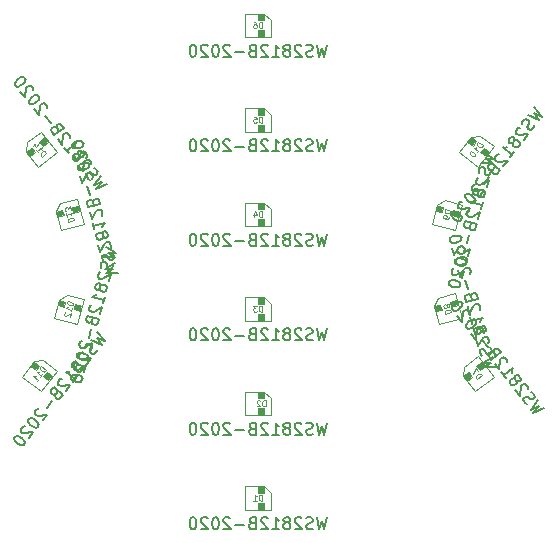
<source format=gbr>
%TF.GenerationSoftware,KiCad,Pcbnew,8.0.8*%
%TF.CreationDate,2025-02-21T18:34:30-05:00*%
%TF.ProjectId,pcb_tile_game,7063625f-7469-46c6-955f-67616d652e6b,0.1*%
%TF.SameCoordinates,Original*%
%TF.FileFunction,AssemblyDrawing,Bot*%
%FSLAX46Y46*%
G04 Gerber Fmt 4.6, Leading zero omitted, Abs format (unit mm)*
G04 Created by KiCad (PCBNEW 8.0.8) date 2025-02-21 18:34:30*
%MOMM*%
%LPD*%
G01*
G04 APERTURE LIST*
%ADD10C,0.150000*%
%ADD11C,0.075000*%
%ADD12C,0.100000*%
G04 APERTURE END LIST*
D10*
X145893332Y-69654819D02*
X145655237Y-70654819D01*
X145655237Y-70654819D02*
X145464761Y-69940533D01*
X145464761Y-69940533D02*
X145274285Y-70654819D01*
X145274285Y-70654819D02*
X145036190Y-69654819D01*
X144702856Y-70607200D02*
X144559999Y-70654819D01*
X144559999Y-70654819D02*
X144321904Y-70654819D01*
X144321904Y-70654819D02*
X144226666Y-70607200D01*
X144226666Y-70607200D02*
X144179047Y-70559580D01*
X144179047Y-70559580D02*
X144131428Y-70464342D01*
X144131428Y-70464342D02*
X144131428Y-70369104D01*
X144131428Y-70369104D02*
X144179047Y-70273866D01*
X144179047Y-70273866D02*
X144226666Y-70226247D01*
X144226666Y-70226247D02*
X144321904Y-70178628D01*
X144321904Y-70178628D02*
X144512380Y-70131009D01*
X144512380Y-70131009D02*
X144607618Y-70083390D01*
X144607618Y-70083390D02*
X144655237Y-70035771D01*
X144655237Y-70035771D02*
X144702856Y-69940533D01*
X144702856Y-69940533D02*
X144702856Y-69845295D01*
X144702856Y-69845295D02*
X144655237Y-69750057D01*
X144655237Y-69750057D02*
X144607618Y-69702438D01*
X144607618Y-69702438D02*
X144512380Y-69654819D01*
X144512380Y-69654819D02*
X144274285Y-69654819D01*
X144274285Y-69654819D02*
X144131428Y-69702438D01*
X143750475Y-69750057D02*
X143702856Y-69702438D01*
X143702856Y-69702438D02*
X143607618Y-69654819D01*
X143607618Y-69654819D02*
X143369523Y-69654819D01*
X143369523Y-69654819D02*
X143274285Y-69702438D01*
X143274285Y-69702438D02*
X143226666Y-69750057D01*
X143226666Y-69750057D02*
X143179047Y-69845295D01*
X143179047Y-69845295D02*
X143179047Y-69940533D01*
X143179047Y-69940533D02*
X143226666Y-70083390D01*
X143226666Y-70083390D02*
X143798094Y-70654819D01*
X143798094Y-70654819D02*
X143179047Y-70654819D01*
X142607618Y-70083390D02*
X142702856Y-70035771D01*
X142702856Y-70035771D02*
X142750475Y-69988152D01*
X142750475Y-69988152D02*
X142798094Y-69892914D01*
X142798094Y-69892914D02*
X142798094Y-69845295D01*
X142798094Y-69845295D02*
X142750475Y-69750057D01*
X142750475Y-69750057D02*
X142702856Y-69702438D01*
X142702856Y-69702438D02*
X142607618Y-69654819D01*
X142607618Y-69654819D02*
X142417142Y-69654819D01*
X142417142Y-69654819D02*
X142321904Y-69702438D01*
X142321904Y-69702438D02*
X142274285Y-69750057D01*
X142274285Y-69750057D02*
X142226666Y-69845295D01*
X142226666Y-69845295D02*
X142226666Y-69892914D01*
X142226666Y-69892914D02*
X142274285Y-69988152D01*
X142274285Y-69988152D02*
X142321904Y-70035771D01*
X142321904Y-70035771D02*
X142417142Y-70083390D01*
X142417142Y-70083390D02*
X142607618Y-70083390D01*
X142607618Y-70083390D02*
X142702856Y-70131009D01*
X142702856Y-70131009D02*
X142750475Y-70178628D01*
X142750475Y-70178628D02*
X142798094Y-70273866D01*
X142798094Y-70273866D02*
X142798094Y-70464342D01*
X142798094Y-70464342D02*
X142750475Y-70559580D01*
X142750475Y-70559580D02*
X142702856Y-70607200D01*
X142702856Y-70607200D02*
X142607618Y-70654819D01*
X142607618Y-70654819D02*
X142417142Y-70654819D01*
X142417142Y-70654819D02*
X142321904Y-70607200D01*
X142321904Y-70607200D02*
X142274285Y-70559580D01*
X142274285Y-70559580D02*
X142226666Y-70464342D01*
X142226666Y-70464342D02*
X142226666Y-70273866D01*
X142226666Y-70273866D02*
X142274285Y-70178628D01*
X142274285Y-70178628D02*
X142321904Y-70131009D01*
X142321904Y-70131009D02*
X142417142Y-70083390D01*
X141274285Y-70654819D02*
X141845713Y-70654819D01*
X141559999Y-70654819D02*
X141559999Y-69654819D01*
X141559999Y-69654819D02*
X141655237Y-69797676D01*
X141655237Y-69797676D02*
X141750475Y-69892914D01*
X141750475Y-69892914D02*
X141845713Y-69940533D01*
X140893332Y-69750057D02*
X140845713Y-69702438D01*
X140845713Y-69702438D02*
X140750475Y-69654819D01*
X140750475Y-69654819D02*
X140512380Y-69654819D01*
X140512380Y-69654819D02*
X140417142Y-69702438D01*
X140417142Y-69702438D02*
X140369523Y-69750057D01*
X140369523Y-69750057D02*
X140321904Y-69845295D01*
X140321904Y-69845295D02*
X140321904Y-69940533D01*
X140321904Y-69940533D02*
X140369523Y-70083390D01*
X140369523Y-70083390D02*
X140940951Y-70654819D01*
X140940951Y-70654819D02*
X140321904Y-70654819D01*
X139559999Y-70131009D02*
X139417142Y-70178628D01*
X139417142Y-70178628D02*
X139369523Y-70226247D01*
X139369523Y-70226247D02*
X139321904Y-70321485D01*
X139321904Y-70321485D02*
X139321904Y-70464342D01*
X139321904Y-70464342D02*
X139369523Y-70559580D01*
X139369523Y-70559580D02*
X139417142Y-70607200D01*
X139417142Y-70607200D02*
X139512380Y-70654819D01*
X139512380Y-70654819D02*
X139893332Y-70654819D01*
X139893332Y-70654819D02*
X139893332Y-69654819D01*
X139893332Y-69654819D02*
X139559999Y-69654819D01*
X139559999Y-69654819D02*
X139464761Y-69702438D01*
X139464761Y-69702438D02*
X139417142Y-69750057D01*
X139417142Y-69750057D02*
X139369523Y-69845295D01*
X139369523Y-69845295D02*
X139369523Y-69940533D01*
X139369523Y-69940533D02*
X139417142Y-70035771D01*
X139417142Y-70035771D02*
X139464761Y-70083390D01*
X139464761Y-70083390D02*
X139559999Y-70131009D01*
X139559999Y-70131009D02*
X139893332Y-70131009D01*
X138893332Y-70273866D02*
X138131428Y-70273866D01*
X137702856Y-69750057D02*
X137655237Y-69702438D01*
X137655237Y-69702438D02*
X137559999Y-69654819D01*
X137559999Y-69654819D02*
X137321904Y-69654819D01*
X137321904Y-69654819D02*
X137226666Y-69702438D01*
X137226666Y-69702438D02*
X137179047Y-69750057D01*
X137179047Y-69750057D02*
X137131428Y-69845295D01*
X137131428Y-69845295D02*
X137131428Y-69940533D01*
X137131428Y-69940533D02*
X137179047Y-70083390D01*
X137179047Y-70083390D02*
X137750475Y-70654819D01*
X137750475Y-70654819D02*
X137131428Y-70654819D01*
X136512380Y-69654819D02*
X136417142Y-69654819D01*
X136417142Y-69654819D02*
X136321904Y-69702438D01*
X136321904Y-69702438D02*
X136274285Y-69750057D01*
X136274285Y-69750057D02*
X136226666Y-69845295D01*
X136226666Y-69845295D02*
X136179047Y-70035771D01*
X136179047Y-70035771D02*
X136179047Y-70273866D01*
X136179047Y-70273866D02*
X136226666Y-70464342D01*
X136226666Y-70464342D02*
X136274285Y-70559580D01*
X136274285Y-70559580D02*
X136321904Y-70607200D01*
X136321904Y-70607200D02*
X136417142Y-70654819D01*
X136417142Y-70654819D02*
X136512380Y-70654819D01*
X136512380Y-70654819D02*
X136607618Y-70607200D01*
X136607618Y-70607200D02*
X136655237Y-70559580D01*
X136655237Y-70559580D02*
X136702856Y-70464342D01*
X136702856Y-70464342D02*
X136750475Y-70273866D01*
X136750475Y-70273866D02*
X136750475Y-70035771D01*
X136750475Y-70035771D02*
X136702856Y-69845295D01*
X136702856Y-69845295D02*
X136655237Y-69750057D01*
X136655237Y-69750057D02*
X136607618Y-69702438D01*
X136607618Y-69702438D02*
X136512380Y-69654819D01*
X135798094Y-69750057D02*
X135750475Y-69702438D01*
X135750475Y-69702438D02*
X135655237Y-69654819D01*
X135655237Y-69654819D02*
X135417142Y-69654819D01*
X135417142Y-69654819D02*
X135321904Y-69702438D01*
X135321904Y-69702438D02*
X135274285Y-69750057D01*
X135274285Y-69750057D02*
X135226666Y-69845295D01*
X135226666Y-69845295D02*
X135226666Y-69940533D01*
X135226666Y-69940533D02*
X135274285Y-70083390D01*
X135274285Y-70083390D02*
X135845713Y-70654819D01*
X135845713Y-70654819D02*
X135226666Y-70654819D01*
X134607618Y-69654819D02*
X134512380Y-69654819D01*
X134512380Y-69654819D02*
X134417142Y-69702438D01*
X134417142Y-69702438D02*
X134369523Y-69750057D01*
X134369523Y-69750057D02*
X134321904Y-69845295D01*
X134321904Y-69845295D02*
X134274285Y-70035771D01*
X134274285Y-70035771D02*
X134274285Y-70273866D01*
X134274285Y-70273866D02*
X134321904Y-70464342D01*
X134321904Y-70464342D02*
X134369523Y-70559580D01*
X134369523Y-70559580D02*
X134417142Y-70607200D01*
X134417142Y-70607200D02*
X134512380Y-70654819D01*
X134512380Y-70654819D02*
X134607618Y-70654819D01*
X134607618Y-70654819D02*
X134702856Y-70607200D01*
X134702856Y-70607200D02*
X134750475Y-70559580D01*
X134750475Y-70559580D02*
X134798094Y-70464342D01*
X134798094Y-70464342D02*
X134845713Y-70273866D01*
X134845713Y-70273866D02*
X134845713Y-70035771D01*
X134845713Y-70035771D02*
X134798094Y-69845295D01*
X134798094Y-69845295D02*
X134750475Y-69750057D01*
X134750475Y-69750057D02*
X134702856Y-69702438D01*
X134702856Y-69702438D02*
X134607618Y-69654819D01*
D11*
X140429047Y-68227409D02*
X140429047Y-67727409D01*
X140429047Y-67727409D02*
X140309999Y-67727409D01*
X140309999Y-67727409D02*
X140238571Y-67751219D01*
X140238571Y-67751219D02*
X140190952Y-67798838D01*
X140190952Y-67798838D02*
X140167142Y-67846457D01*
X140167142Y-67846457D02*
X140143333Y-67941695D01*
X140143333Y-67941695D02*
X140143333Y-68013123D01*
X140143333Y-68013123D02*
X140167142Y-68108361D01*
X140167142Y-68108361D02*
X140190952Y-68155980D01*
X140190952Y-68155980D02*
X140238571Y-68203600D01*
X140238571Y-68203600D02*
X140309999Y-68227409D01*
X140309999Y-68227409D02*
X140429047Y-68227409D01*
X139690952Y-67727409D02*
X139929047Y-67727409D01*
X139929047Y-67727409D02*
X139952856Y-67965504D01*
X139952856Y-67965504D02*
X139929047Y-67941695D01*
X139929047Y-67941695D02*
X139881428Y-67917885D01*
X139881428Y-67917885D02*
X139762380Y-67917885D01*
X139762380Y-67917885D02*
X139714761Y-67941695D01*
X139714761Y-67941695D02*
X139690952Y-67965504D01*
X139690952Y-67965504D02*
X139667142Y-68013123D01*
X139667142Y-68013123D02*
X139667142Y-68132171D01*
X139667142Y-68132171D02*
X139690952Y-68179790D01*
X139690952Y-68179790D02*
X139714761Y-68203600D01*
X139714761Y-68203600D02*
X139762380Y-68227409D01*
X139762380Y-68227409D02*
X139881428Y-68227409D01*
X139881428Y-68227409D02*
X139929047Y-68203600D01*
X139929047Y-68203600D02*
X139952856Y-68179790D01*
D10*
X145893332Y-61654819D02*
X145655237Y-62654819D01*
X145655237Y-62654819D02*
X145464761Y-61940533D01*
X145464761Y-61940533D02*
X145274285Y-62654819D01*
X145274285Y-62654819D02*
X145036190Y-61654819D01*
X144702856Y-62607200D02*
X144559999Y-62654819D01*
X144559999Y-62654819D02*
X144321904Y-62654819D01*
X144321904Y-62654819D02*
X144226666Y-62607200D01*
X144226666Y-62607200D02*
X144179047Y-62559580D01*
X144179047Y-62559580D02*
X144131428Y-62464342D01*
X144131428Y-62464342D02*
X144131428Y-62369104D01*
X144131428Y-62369104D02*
X144179047Y-62273866D01*
X144179047Y-62273866D02*
X144226666Y-62226247D01*
X144226666Y-62226247D02*
X144321904Y-62178628D01*
X144321904Y-62178628D02*
X144512380Y-62131009D01*
X144512380Y-62131009D02*
X144607618Y-62083390D01*
X144607618Y-62083390D02*
X144655237Y-62035771D01*
X144655237Y-62035771D02*
X144702856Y-61940533D01*
X144702856Y-61940533D02*
X144702856Y-61845295D01*
X144702856Y-61845295D02*
X144655237Y-61750057D01*
X144655237Y-61750057D02*
X144607618Y-61702438D01*
X144607618Y-61702438D02*
X144512380Y-61654819D01*
X144512380Y-61654819D02*
X144274285Y-61654819D01*
X144274285Y-61654819D02*
X144131428Y-61702438D01*
X143750475Y-61750057D02*
X143702856Y-61702438D01*
X143702856Y-61702438D02*
X143607618Y-61654819D01*
X143607618Y-61654819D02*
X143369523Y-61654819D01*
X143369523Y-61654819D02*
X143274285Y-61702438D01*
X143274285Y-61702438D02*
X143226666Y-61750057D01*
X143226666Y-61750057D02*
X143179047Y-61845295D01*
X143179047Y-61845295D02*
X143179047Y-61940533D01*
X143179047Y-61940533D02*
X143226666Y-62083390D01*
X143226666Y-62083390D02*
X143798094Y-62654819D01*
X143798094Y-62654819D02*
X143179047Y-62654819D01*
X142607618Y-62083390D02*
X142702856Y-62035771D01*
X142702856Y-62035771D02*
X142750475Y-61988152D01*
X142750475Y-61988152D02*
X142798094Y-61892914D01*
X142798094Y-61892914D02*
X142798094Y-61845295D01*
X142798094Y-61845295D02*
X142750475Y-61750057D01*
X142750475Y-61750057D02*
X142702856Y-61702438D01*
X142702856Y-61702438D02*
X142607618Y-61654819D01*
X142607618Y-61654819D02*
X142417142Y-61654819D01*
X142417142Y-61654819D02*
X142321904Y-61702438D01*
X142321904Y-61702438D02*
X142274285Y-61750057D01*
X142274285Y-61750057D02*
X142226666Y-61845295D01*
X142226666Y-61845295D02*
X142226666Y-61892914D01*
X142226666Y-61892914D02*
X142274285Y-61988152D01*
X142274285Y-61988152D02*
X142321904Y-62035771D01*
X142321904Y-62035771D02*
X142417142Y-62083390D01*
X142417142Y-62083390D02*
X142607618Y-62083390D01*
X142607618Y-62083390D02*
X142702856Y-62131009D01*
X142702856Y-62131009D02*
X142750475Y-62178628D01*
X142750475Y-62178628D02*
X142798094Y-62273866D01*
X142798094Y-62273866D02*
X142798094Y-62464342D01*
X142798094Y-62464342D02*
X142750475Y-62559580D01*
X142750475Y-62559580D02*
X142702856Y-62607200D01*
X142702856Y-62607200D02*
X142607618Y-62654819D01*
X142607618Y-62654819D02*
X142417142Y-62654819D01*
X142417142Y-62654819D02*
X142321904Y-62607200D01*
X142321904Y-62607200D02*
X142274285Y-62559580D01*
X142274285Y-62559580D02*
X142226666Y-62464342D01*
X142226666Y-62464342D02*
X142226666Y-62273866D01*
X142226666Y-62273866D02*
X142274285Y-62178628D01*
X142274285Y-62178628D02*
X142321904Y-62131009D01*
X142321904Y-62131009D02*
X142417142Y-62083390D01*
X141274285Y-62654819D02*
X141845713Y-62654819D01*
X141559999Y-62654819D02*
X141559999Y-61654819D01*
X141559999Y-61654819D02*
X141655237Y-61797676D01*
X141655237Y-61797676D02*
X141750475Y-61892914D01*
X141750475Y-61892914D02*
X141845713Y-61940533D01*
X140893332Y-61750057D02*
X140845713Y-61702438D01*
X140845713Y-61702438D02*
X140750475Y-61654819D01*
X140750475Y-61654819D02*
X140512380Y-61654819D01*
X140512380Y-61654819D02*
X140417142Y-61702438D01*
X140417142Y-61702438D02*
X140369523Y-61750057D01*
X140369523Y-61750057D02*
X140321904Y-61845295D01*
X140321904Y-61845295D02*
X140321904Y-61940533D01*
X140321904Y-61940533D02*
X140369523Y-62083390D01*
X140369523Y-62083390D02*
X140940951Y-62654819D01*
X140940951Y-62654819D02*
X140321904Y-62654819D01*
X139559999Y-62131009D02*
X139417142Y-62178628D01*
X139417142Y-62178628D02*
X139369523Y-62226247D01*
X139369523Y-62226247D02*
X139321904Y-62321485D01*
X139321904Y-62321485D02*
X139321904Y-62464342D01*
X139321904Y-62464342D02*
X139369523Y-62559580D01*
X139369523Y-62559580D02*
X139417142Y-62607200D01*
X139417142Y-62607200D02*
X139512380Y-62654819D01*
X139512380Y-62654819D02*
X139893332Y-62654819D01*
X139893332Y-62654819D02*
X139893332Y-61654819D01*
X139893332Y-61654819D02*
X139559999Y-61654819D01*
X139559999Y-61654819D02*
X139464761Y-61702438D01*
X139464761Y-61702438D02*
X139417142Y-61750057D01*
X139417142Y-61750057D02*
X139369523Y-61845295D01*
X139369523Y-61845295D02*
X139369523Y-61940533D01*
X139369523Y-61940533D02*
X139417142Y-62035771D01*
X139417142Y-62035771D02*
X139464761Y-62083390D01*
X139464761Y-62083390D02*
X139559999Y-62131009D01*
X139559999Y-62131009D02*
X139893332Y-62131009D01*
X138893332Y-62273866D02*
X138131428Y-62273866D01*
X137702856Y-61750057D02*
X137655237Y-61702438D01*
X137655237Y-61702438D02*
X137559999Y-61654819D01*
X137559999Y-61654819D02*
X137321904Y-61654819D01*
X137321904Y-61654819D02*
X137226666Y-61702438D01*
X137226666Y-61702438D02*
X137179047Y-61750057D01*
X137179047Y-61750057D02*
X137131428Y-61845295D01*
X137131428Y-61845295D02*
X137131428Y-61940533D01*
X137131428Y-61940533D02*
X137179047Y-62083390D01*
X137179047Y-62083390D02*
X137750475Y-62654819D01*
X137750475Y-62654819D02*
X137131428Y-62654819D01*
X136512380Y-61654819D02*
X136417142Y-61654819D01*
X136417142Y-61654819D02*
X136321904Y-61702438D01*
X136321904Y-61702438D02*
X136274285Y-61750057D01*
X136274285Y-61750057D02*
X136226666Y-61845295D01*
X136226666Y-61845295D02*
X136179047Y-62035771D01*
X136179047Y-62035771D02*
X136179047Y-62273866D01*
X136179047Y-62273866D02*
X136226666Y-62464342D01*
X136226666Y-62464342D02*
X136274285Y-62559580D01*
X136274285Y-62559580D02*
X136321904Y-62607200D01*
X136321904Y-62607200D02*
X136417142Y-62654819D01*
X136417142Y-62654819D02*
X136512380Y-62654819D01*
X136512380Y-62654819D02*
X136607618Y-62607200D01*
X136607618Y-62607200D02*
X136655237Y-62559580D01*
X136655237Y-62559580D02*
X136702856Y-62464342D01*
X136702856Y-62464342D02*
X136750475Y-62273866D01*
X136750475Y-62273866D02*
X136750475Y-62035771D01*
X136750475Y-62035771D02*
X136702856Y-61845295D01*
X136702856Y-61845295D02*
X136655237Y-61750057D01*
X136655237Y-61750057D02*
X136607618Y-61702438D01*
X136607618Y-61702438D02*
X136512380Y-61654819D01*
X135798094Y-61750057D02*
X135750475Y-61702438D01*
X135750475Y-61702438D02*
X135655237Y-61654819D01*
X135655237Y-61654819D02*
X135417142Y-61654819D01*
X135417142Y-61654819D02*
X135321904Y-61702438D01*
X135321904Y-61702438D02*
X135274285Y-61750057D01*
X135274285Y-61750057D02*
X135226666Y-61845295D01*
X135226666Y-61845295D02*
X135226666Y-61940533D01*
X135226666Y-61940533D02*
X135274285Y-62083390D01*
X135274285Y-62083390D02*
X135845713Y-62654819D01*
X135845713Y-62654819D02*
X135226666Y-62654819D01*
X134607618Y-61654819D02*
X134512380Y-61654819D01*
X134512380Y-61654819D02*
X134417142Y-61702438D01*
X134417142Y-61702438D02*
X134369523Y-61750057D01*
X134369523Y-61750057D02*
X134321904Y-61845295D01*
X134321904Y-61845295D02*
X134274285Y-62035771D01*
X134274285Y-62035771D02*
X134274285Y-62273866D01*
X134274285Y-62273866D02*
X134321904Y-62464342D01*
X134321904Y-62464342D02*
X134369523Y-62559580D01*
X134369523Y-62559580D02*
X134417142Y-62607200D01*
X134417142Y-62607200D02*
X134512380Y-62654819D01*
X134512380Y-62654819D02*
X134607618Y-62654819D01*
X134607618Y-62654819D02*
X134702856Y-62607200D01*
X134702856Y-62607200D02*
X134750475Y-62559580D01*
X134750475Y-62559580D02*
X134798094Y-62464342D01*
X134798094Y-62464342D02*
X134845713Y-62273866D01*
X134845713Y-62273866D02*
X134845713Y-62035771D01*
X134845713Y-62035771D02*
X134798094Y-61845295D01*
X134798094Y-61845295D02*
X134750475Y-61750057D01*
X134750475Y-61750057D02*
X134702856Y-61702438D01*
X134702856Y-61702438D02*
X134607618Y-61654819D01*
D11*
X140429047Y-60227409D02*
X140429047Y-59727409D01*
X140429047Y-59727409D02*
X140309999Y-59727409D01*
X140309999Y-59727409D02*
X140238571Y-59751219D01*
X140238571Y-59751219D02*
X140190952Y-59798838D01*
X140190952Y-59798838D02*
X140167142Y-59846457D01*
X140167142Y-59846457D02*
X140143333Y-59941695D01*
X140143333Y-59941695D02*
X140143333Y-60013123D01*
X140143333Y-60013123D02*
X140167142Y-60108361D01*
X140167142Y-60108361D02*
X140190952Y-60155980D01*
X140190952Y-60155980D02*
X140238571Y-60203600D01*
X140238571Y-60203600D02*
X140309999Y-60227409D01*
X140309999Y-60227409D02*
X140429047Y-60227409D01*
X139714761Y-59727409D02*
X139809999Y-59727409D01*
X139809999Y-59727409D02*
X139857618Y-59751219D01*
X139857618Y-59751219D02*
X139881428Y-59775028D01*
X139881428Y-59775028D02*
X139929047Y-59846457D01*
X139929047Y-59846457D02*
X139952856Y-59941695D01*
X139952856Y-59941695D02*
X139952856Y-60132171D01*
X139952856Y-60132171D02*
X139929047Y-60179790D01*
X139929047Y-60179790D02*
X139905237Y-60203600D01*
X139905237Y-60203600D02*
X139857618Y-60227409D01*
X139857618Y-60227409D02*
X139762380Y-60227409D01*
X139762380Y-60227409D02*
X139714761Y-60203600D01*
X139714761Y-60203600D02*
X139690952Y-60179790D01*
X139690952Y-60179790D02*
X139667142Y-60132171D01*
X139667142Y-60132171D02*
X139667142Y-60013123D01*
X139667142Y-60013123D02*
X139690952Y-59965504D01*
X139690952Y-59965504D02*
X139714761Y-59941695D01*
X139714761Y-59941695D02*
X139762380Y-59917885D01*
X139762380Y-59917885D02*
X139857618Y-59917885D01*
X139857618Y-59917885D02*
X139905237Y-59941695D01*
X139905237Y-59941695D02*
X139929047Y-59965504D01*
X139929047Y-59965504D02*
X139952856Y-60013123D01*
D10*
X159168209Y-70793731D02*
X160072511Y-71282533D01*
X160072511Y-71282533D02*
X159333265Y-71281648D01*
X159333265Y-71281648D02*
X159973913Y-71650505D01*
X159973913Y-71650505D02*
X158946364Y-71621668D01*
X159780020Y-72190137D02*
X159789043Y-72340451D01*
X159789043Y-72340451D02*
X159727419Y-72570434D01*
X159727419Y-72570434D02*
X159656773Y-72650102D01*
X159656773Y-72650102D02*
X159598452Y-72683774D01*
X159598452Y-72683774D02*
X159494134Y-72705121D01*
X159494134Y-72705121D02*
X159402141Y-72680471D01*
X159402141Y-72680471D02*
X159322473Y-72609825D01*
X159322473Y-72609825D02*
X159288801Y-72551504D01*
X159288801Y-72551504D02*
X159267454Y-72447187D01*
X159267454Y-72447187D02*
X159270757Y-72250876D01*
X159270757Y-72250876D02*
X159249410Y-72146558D01*
X159249410Y-72146558D02*
X159215738Y-72088237D01*
X159215738Y-72088237D02*
X159136070Y-72017591D01*
X159136070Y-72017591D02*
X159044077Y-71992942D01*
X159044077Y-71992942D02*
X158939759Y-72014289D01*
X158939759Y-72014289D02*
X158881438Y-72047961D01*
X158881438Y-72047961D02*
X158810792Y-72127629D01*
X158810792Y-72127629D02*
X158749168Y-72357611D01*
X158749168Y-72357611D02*
X158758191Y-72507925D01*
X158705589Y-72888222D02*
X158647268Y-72921894D01*
X158647268Y-72921894D02*
X158576622Y-73001562D01*
X158576622Y-73001562D02*
X158514999Y-73231544D01*
X158514999Y-73231544D02*
X158536346Y-73335862D01*
X158536346Y-73335862D02*
X158570018Y-73394183D01*
X158570018Y-73394183D02*
X158649686Y-73464829D01*
X158649686Y-73464829D02*
X158741679Y-73489478D01*
X158741679Y-73489478D02*
X158891993Y-73480456D01*
X158891993Y-73480456D02*
X159591847Y-73076395D01*
X159591847Y-73076395D02*
X159431626Y-73674349D01*
X158731772Y-74078410D02*
X158710425Y-73974092D01*
X158710425Y-73974092D02*
X158676753Y-73915771D01*
X158676753Y-73915771D02*
X158597085Y-73845125D01*
X158597085Y-73845125D02*
X158551088Y-73832801D01*
X158551088Y-73832801D02*
X158446770Y-73854148D01*
X158446770Y-73854148D02*
X158388449Y-73887819D01*
X158388449Y-73887819D02*
X158317803Y-73967488D01*
X158317803Y-73967488D02*
X158268504Y-74151474D01*
X158268504Y-74151474D02*
X158289852Y-74255791D01*
X158289852Y-74255791D02*
X158323523Y-74314112D01*
X158323523Y-74314112D02*
X158403191Y-74384758D01*
X158403191Y-74384758D02*
X158449188Y-74397083D01*
X158449188Y-74397083D02*
X158553506Y-74375736D01*
X158553506Y-74375736D02*
X158611827Y-74342064D01*
X158611827Y-74342064D02*
X158682473Y-74262396D01*
X158682473Y-74262396D02*
X158731772Y-74078410D01*
X158731772Y-74078410D02*
X158802417Y-73998742D01*
X158802417Y-73998742D02*
X158860739Y-73965070D01*
X158860739Y-73965070D02*
X158965056Y-73943723D01*
X158965056Y-73943723D02*
X159149042Y-73993022D01*
X159149042Y-73993022D02*
X159228710Y-74063668D01*
X159228710Y-74063668D02*
X159262382Y-74121989D01*
X159262382Y-74121989D02*
X159283729Y-74226307D01*
X159283729Y-74226307D02*
X159234430Y-74410293D01*
X159234430Y-74410293D02*
X159163784Y-74489961D01*
X159163784Y-74489961D02*
X159105463Y-74523633D01*
X159105463Y-74523633D02*
X159001146Y-74544980D01*
X159001146Y-74544980D02*
X158817160Y-74495681D01*
X158817160Y-74495681D02*
X158737491Y-74425035D01*
X158737491Y-74425035D02*
X158703820Y-74366714D01*
X158703820Y-74366714D02*
X158682473Y-74262396D01*
X158938637Y-75514208D02*
X159086534Y-74962250D01*
X159012585Y-75238229D02*
X158046660Y-74979410D01*
X158046660Y-74979410D02*
X158209298Y-74924391D01*
X158209298Y-74924391D02*
X158325941Y-74857048D01*
X158325941Y-74857048D02*
X158396587Y-74777379D01*
X157966106Y-75648010D02*
X157907785Y-75681682D01*
X157907785Y-75681682D02*
X157837139Y-75761350D01*
X157837139Y-75761350D02*
X157775516Y-75991332D01*
X157775516Y-75991332D02*
X157796863Y-76095650D01*
X157796863Y-76095650D02*
X157830535Y-76153971D01*
X157830535Y-76153971D02*
X157910203Y-76224617D01*
X157910203Y-76224617D02*
X158002196Y-76249267D01*
X158002196Y-76249267D02*
X158152510Y-76240244D01*
X158152510Y-76240244D02*
X158852364Y-75836183D01*
X158852364Y-75836183D02*
X158692143Y-76434137D01*
X157988986Y-77034509D02*
X157998008Y-77184823D01*
X157998008Y-77184823D02*
X158031680Y-77243144D01*
X158031680Y-77243144D02*
X158111348Y-77313790D01*
X158111348Y-77313790D02*
X158249338Y-77350764D01*
X158249338Y-77350764D02*
X158353655Y-77329417D01*
X158353655Y-77329417D02*
X158411977Y-77295745D01*
X158411977Y-77295745D02*
X158482623Y-77216077D01*
X158482623Y-77216077D02*
X158581220Y-76848106D01*
X158581220Y-76848106D02*
X157615294Y-76589286D01*
X157615294Y-76589286D02*
X157529021Y-76911262D01*
X157529021Y-76911262D02*
X157550369Y-77015579D01*
X157550369Y-77015579D02*
X157584040Y-77073901D01*
X157584040Y-77073901D02*
X157663708Y-77144546D01*
X157663708Y-77144546D02*
X157755701Y-77169196D01*
X157755701Y-77169196D02*
X157860019Y-77147849D01*
X157860019Y-77147849D02*
X157918340Y-77114177D01*
X157918340Y-77114177D02*
X157988986Y-77034509D01*
X157988986Y-77034509D02*
X158075259Y-76712534D01*
X157954430Y-77715434D02*
X157757234Y-78451377D01*
X157140351Y-78729773D02*
X157082029Y-78763445D01*
X157082029Y-78763445D02*
X157011383Y-78843113D01*
X157011383Y-78843113D02*
X156949760Y-79073096D01*
X156949760Y-79073096D02*
X156971107Y-79177413D01*
X156971107Y-79177413D02*
X157004779Y-79235734D01*
X157004779Y-79235734D02*
X157084447Y-79306380D01*
X157084447Y-79306380D02*
X157176440Y-79331030D01*
X157176440Y-79331030D02*
X157326754Y-79322007D01*
X157326754Y-79322007D02*
X158026608Y-78917946D01*
X158026608Y-78917946D02*
X157866387Y-79515900D01*
X156740240Y-79855036D02*
X156715590Y-79947028D01*
X156715590Y-79947028D02*
X156736937Y-80051346D01*
X156736937Y-80051346D02*
X156770609Y-80109667D01*
X156770609Y-80109667D02*
X156850277Y-80180313D01*
X156850277Y-80180313D02*
X157021938Y-80275609D01*
X157021938Y-80275609D02*
X157251921Y-80337232D01*
X157251921Y-80337232D02*
X157448231Y-80340535D01*
X157448231Y-80340535D02*
X157552549Y-80319187D01*
X157552549Y-80319187D02*
X157610870Y-80285516D01*
X157610870Y-80285516D02*
X157681516Y-80205847D01*
X157681516Y-80205847D02*
X157706165Y-80113855D01*
X157706165Y-80113855D02*
X157684818Y-80009537D01*
X157684818Y-80009537D02*
X157651147Y-79951216D01*
X157651147Y-79951216D02*
X157571478Y-79880570D01*
X157571478Y-79880570D02*
X157399817Y-79785274D01*
X157399817Y-79785274D02*
X157169835Y-79723651D01*
X157169835Y-79723651D02*
X156973524Y-79720349D01*
X156973524Y-79720349D02*
X156869207Y-79741696D01*
X156869207Y-79741696D02*
X156810886Y-79775367D01*
X156810886Y-79775367D02*
X156740240Y-79855036D01*
X156647362Y-80569632D02*
X156589041Y-80603304D01*
X156589041Y-80603304D02*
X156518395Y-80682972D01*
X156518395Y-80682972D02*
X156456771Y-80912954D01*
X156456771Y-80912954D02*
X156478118Y-81017272D01*
X156478118Y-81017272D02*
X156511790Y-81075593D01*
X156511790Y-81075593D02*
X156591458Y-81146239D01*
X156591458Y-81146239D02*
X156683451Y-81170888D01*
X156683451Y-81170888D02*
X156833765Y-81161866D01*
X156833765Y-81161866D02*
X157533619Y-80757805D01*
X157533619Y-80757805D02*
X157373398Y-81355759D01*
X156247251Y-81694894D02*
X156222602Y-81786887D01*
X156222602Y-81786887D02*
X156243949Y-81891205D01*
X156243949Y-81891205D02*
X156277620Y-81949526D01*
X156277620Y-81949526D02*
X156357289Y-82020172D01*
X156357289Y-82020172D02*
X156528950Y-82115467D01*
X156528950Y-82115467D02*
X156758932Y-82177091D01*
X156758932Y-82177091D02*
X156955243Y-82180393D01*
X156955243Y-82180393D02*
X157059560Y-82159046D01*
X157059560Y-82159046D02*
X157117881Y-82125375D01*
X157117881Y-82125375D02*
X157188527Y-82045706D01*
X157188527Y-82045706D02*
X157213177Y-81953713D01*
X157213177Y-81953713D02*
X157191830Y-81849396D01*
X157191830Y-81849396D02*
X157158158Y-81791075D01*
X157158158Y-81791075D02*
X157078490Y-81720429D01*
X157078490Y-81720429D02*
X156906829Y-81625133D01*
X156906829Y-81625133D02*
X156676846Y-81563510D01*
X156676846Y-81563510D02*
X156480536Y-81560207D01*
X156480536Y-81560207D02*
X156376218Y-81581554D01*
X156376218Y-81581554D02*
X156317897Y-81615226D01*
X156317897Y-81615226D02*
X156247251Y-81694894D01*
D11*
X156375177Y-75702385D02*
X155892214Y-75572975D01*
X155892214Y-75572975D02*
X155861402Y-75687967D01*
X155861402Y-75687967D02*
X155865913Y-75763124D01*
X155865913Y-75763124D02*
X155899585Y-75821445D01*
X155899585Y-75821445D02*
X155939419Y-75856768D01*
X155939419Y-75856768D02*
X156025250Y-75904416D01*
X156025250Y-75904416D02*
X156094244Y-75922903D01*
X156094244Y-75922903D02*
X156192400Y-75924554D01*
X156192400Y-75924554D02*
X156244558Y-75913880D01*
X156244558Y-75913880D02*
X156302880Y-75880209D01*
X156302880Y-75880209D02*
X156344365Y-75817376D01*
X156344365Y-75817376D02*
X156375177Y-75702385D01*
X156239605Y-76208346D02*
X156214955Y-76300339D01*
X156214955Y-76300339D02*
X156179632Y-76340173D01*
X156179632Y-76340173D02*
X156150472Y-76357009D01*
X156150472Y-76357009D02*
X156069152Y-76384518D01*
X156069152Y-76384518D02*
X155970997Y-76382867D01*
X155970997Y-76382867D02*
X155787011Y-76333568D01*
X155787011Y-76333568D02*
X155747177Y-76298245D01*
X155747177Y-76298245D02*
X155730341Y-76269085D01*
X155730341Y-76269085D02*
X155719668Y-76216926D01*
X155719668Y-76216926D02*
X155744317Y-76124933D01*
X155744317Y-76124933D02*
X155779640Y-76085099D01*
X155779640Y-76085099D02*
X155808801Y-76068263D01*
X155808801Y-76068263D02*
X155860960Y-76057590D01*
X155860960Y-76057590D02*
X155975951Y-76088401D01*
X155975951Y-76088401D02*
X156015785Y-76123724D01*
X156015785Y-76123724D02*
X156032621Y-76152885D01*
X156032621Y-76152885D02*
X156043294Y-76205044D01*
X156043294Y-76205044D02*
X156018645Y-76297037D01*
X156018645Y-76297037D02*
X155983322Y-76336871D01*
X155983322Y-76336871D02*
X155954161Y-76353707D01*
X155954161Y-76353707D02*
X155902002Y-76364380D01*
D10*
X145893332Y-93654819D02*
X145655237Y-94654819D01*
X145655237Y-94654819D02*
X145464761Y-93940533D01*
X145464761Y-93940533D02*
X145274285Y-94654819D01*
X145274285Y-94654819D02*
X145036190Y-93654819D01*
X144702856Y-94607200D02*
X144559999Y-94654819D01*
X144559999Y-94654819D02*
X144321904Y-94654819D01*
X144321904Y-94654819D02*
X144226666Y-94607200D01*
X144226666Y-94607200D02*
X144179047Y-94559580D01*
X144179047Y-94559580D02*
X144131428Y-94464342D01*
X144131428Y-94464342D02*
X144131428Y-94369104D01*
X144131428Y-94369104D02*
X144179047Y-94273866D01*
X144179047Y-94273866D02*
X144226666Y-94226247D01*
X144226666Y-94226247D02*
X144321904Y-94178628D01*
X144321904Y-94178628D02*
X144512380Y-94131009D01*
X144512380Y-94131009D02*
X144607618Y-94083390D01*
X144607618Y-94083390D02*
X144655237Y-94035771D01*
X144655237Y-94035771D02*
X144702856Y-93940533D01*
X144702856Y-93940533D02*
X144702856Y-93845295D01*
X144702856Y-93845295D02*
X144655237Y-93750057D01*
X144655237Y-93750057D02*
X144607618Y-93702438D01*
X144607618Y-93702438D02*
X144512380Y-93654819D01*
X144512380Y-93654819D02*
X144274285Y-93654819D01*
X144274285Y-93654819D02*
X144131428Y-93702438D01*
X143750475Y-93750057D02*
X143702856Y-93702438D01*
X143702856Y-93702438D02*
X143607618Y-93654819D01*
X143607618Y-93654819D02*
X143369523Y-93654819D01*
X143369523Y-93654819D02*
X143274285Y-93702438D01*
X143274285Y-93702438D02*
X143226666Y-93750057D01*
X143226666Y-93750057D02*
X143179047Y-93845295D01*
X143179047Y-93845295D02*
X143179047Y-93940533D01*
X143179047Y-93940533D02*
X143226666Y-94083390D01*
X143226666Y-94083390D02*
X143798094Y-94654819D01*
X143798094Y-94654819D02*
X143179047Y-94654819D01*
X142607618Y-94083390D02*
X142702856Y-94035771D01*
X142702856Y-94035771D02*
X142750475Y-93988152D01*
X142750475Y-93988152D02*
X142798094Y-93892914D01*
X142798094Y-93892914D02*
X142798094Y-93845295D01*
X142798094Y-93845295D02*
X142750475Y-93750057D01*
X142750475Y-93750057D02*
X142702856Y-93702438D01*
X142702856Y-93702438D02*
X142607618Y-93654819D01*
X142607618Y-93654819D02*
X142417142Y-93654819D01*
X142417142Y-93654819D02*
X142321904Y-93702438D01*
X142321904Y-93702438D02*
X142274285Y-93750057D01*
X142274285Y-93750057D02*
X142226666Y-93845295D01*
X142226666Y-93845295D02*
X142226666Y-93892914D01*
X142226666Y-93892914D02*
X142274285Y-93988152D01*
X142274285Y-93988152D02*
X142321904Y-94035771D01*
X142321904Y-94035771D02*
X142417142Y-94083390D01*
X142417142Y-94083390D02*
X142607618Y-94083390D01*
X142607618Y-94083390D02*
X142702856Y-94131009D01*
X142702856Y-94131009D02*
X142750475Y-94178628D01*
X142750475Y-94178628D02*
X142798094Y-94273866D01*
X142798094Y-94273866D02*
X142798094Y-94464342D01*
X142798094Y-94464342D02*
X142750475Y-94559580D01*
X142750475Y-94559580D02*
X142702856Y-94607200D01*
X142702856Y-94607200D02*
X142607618Y-94654819D01*
X142607618Y-94654819D02*
X142417142Y-94654819D01*
X142417142Y-94654819D02*
X142321904Y-94607200D01*
X142321904Y-94607200D02*
X142274285Y-94559580D01*
X142274285Y-94559580D02*
X142226666Y-94464342D01*
X142226666Y-94464342D02*
X142226666Y-94273866D01*
X142226666Y-94273866D02*
X142274285Y-94178628D01*
X142274285Y-94178628D02*
X142321904Y-94131009D01*
X142321904Y-94131009D02*
X142417142Y-94083390D01*
X141274285Y-94654819D02*
X141845713Y-94654819D01*
X141559999Y-94654819D02*
X141559999Y-93654819D01*
X141559999Y-93654819D02*
X141655237Y-93797676D01*
X141655237Y-93797676D02*
X141750475Y-93892914D01*
X141750475Y-93892914D02*
X141845713Y-93940533D01*
X140893332Y-93750057D02*
X140845713Y-93702438D01*
X140845713Y-93702438D02*
X140750475Y-93654819D01*
X140750475Y-93654819D02*
X140512380Y-93654819D01*
X140512380Y-93654819D02*
X140417142Y-93702438D01*
X140417142Y-93702438D02*
X140369523Y-93750057D01*
X140369523Y-93750057D02*
X140321904Y-93845295D01*
X140321904Y-93845295D02*
X140321904Y-93940533D01*
X140321904Y-93940533D02*
X140369523Y-94083390D01*
X140369523Y-94083390D02*
X140940951Y-94654819D01*
X140940951Y-94654819D02*
X140321904Y-94654819D01*
X139559999Y-94131009D02*
X139417142Y-94178628D01*
X139417142Y-94178628D02*
X139369523Y-94226247D01*
X139369523Y-94226247D02*
X139321904Y-94321485D01*
X139321904Y-94321485D02*
X139321904Y-94464342D01*
X139321904Y-94464342D02*
X139369523Y-94559580D01*
X139369523Y-94559580D02*
X139417142Y-94607200D01*
X139417142Y-94607200D02*
X139512380Y-94654819D01*
X139512380Y-94654819D02*
X139893332Y-94654819D01*
X139893332Y-94654819D02*
X139893332Y-93654819D01*
X139893332Y-93654819D02*
X139559999Y-93654819D01*
X139559999Y-93654819D02*
X139464761Y-93702438D01*
X139464761Y-93702438D02*
X139417142Y-93750057D01*
X139417142Y-93750057D02*
X139369523Y-93845295D01*
X139369523Y-93845295D02*
X139369523Y-93940533D01*
X139369523Y-93940533D02*
X139417142Y-94035771D01*
X139417142Y-94035771D02*
X139464761Y-94083390D01*
X139464761Y-94083390D02*
X139559999Y-94131009D01*
X139559999Y-94131009D02*
X139893332Y-94131009D01*
X138893332Y-94273866D02*
X138131428Y-94273866D01*
X137702856Y-93750057D02*
X137655237Y-93702438D01*
X137655237Y-93702438D02*
X137559999Y-93654819D01*
X137559999Y-93654819D02*
X137321904Y-93654819D01*
X137321904Y-93654819D02*
X137226666Y-93702438D01*
X137226666Y-93702438D02*
X137179047Y-93750057D01*
X137179047Y-93750057D02*
X137131428Y-93845295D01*
X137131428Y-93845295D02*
X137131428Y-93940533D01*
X137131428Y-93940533D02*
X137179047Y-94083390D01*
X137179047Y-94083390D02*
X137750475Y-94654819D01*
X137750475Y-94654819D02*
X137131428Y-94654819D01*
X136512380Y-93654819D02*
X136417142Y-93654819D01*
X136417142Y-93654819D02*
X136321904Y-93702438D01*
X136321904Y-93702438D02*
X136274285Y-93750057D01*
X136274285Y-93750057D02*
X136226666Y-93845295D01*
X136226666Y-93845295D02*
X136179047Y-94035771D01*
X136179047Y-94035771D02*
X136179047Y-94273866D01*
X136179047Y-94273866D02*
X136226666Y-94464342D01*
X136226666Y-94464342D02*
X136274285Y-94559580D01*
X136274285Y-94559580D02*
X136321904Y-94607200D01*
X136321904Y-94607200D02*
X136417142Y-94654819D01*
X136417142Y-94654819D02*
X136512380Y-94654819D01*
X136512380Y-94654819D02*
X136607618Y-94607200D01*
X136607618Y-94607200D02*
X136655237Y-94559580D01*
X136655237Y-94559580D02*
X136702856Y-94464342D01*
X136702856Y-94464342D02*
X136750475Y-94273866D01*
X136750475Y-94273866D02*
X136750475Y-94035771D01*
X136750475Y-94035771D02*
X136702856Y-93845295D01*
X136702856Y-93845295D02*
X136655237Y-93750057D01*
X136655237Y-93750057D02*
X136607618Y-93702438D01*
X136607618Y-93702438D02*
X136512380Y-93654819D01*
X135798094Y-93750057D02*
X135750475Y-93702438D01*
X135750475Y-93702438D02*
X135655237Y-93654819D01*
X135655237Y-93654819D02*
X135417142Y-93654819D01*
X135417142Y-93654819D02*
X135321904Y-93702438D01*
X135321904Y-93702438D02*
X135274285Y-93750057D01*
X135274285Y-93750057D02*
X135226666Y-93845295D01*
X135226666Y-93845295D02*
X135226666Y-93940533D01*
X135226666Y-93940533D02*
X135274285Y-94083390D01*
X135274285Y-94083390D02*
X135845713Y-94654819D01*
X135845713Y-94654819D02*
X135226666Y-94654819D01*
X134607618Y-93654819D02*
X134512380Y-93654819D01*
X134512380Y-93654819D02*
X134417142Y-93702438D01*
X134417142Y-93702438D02*
X134369523Y-93750057D01*
X134369523Y-93750057D02*
X134321904Y-93845295D01*
X134321904Y-93845295D02*
X134274285Y-94035771D01*
X134274285Y-94035771D02*
X134274285Y-94273866D01*
X134274285Y-94273866D02*
X134321904Y-94464342D01*
X134321904Y-94464342D02*
X134369523Y-94559580D01*
X134369523Y-94559580D02*
X134417142Y-94607200D01*
X134417142Y-94607200D02*
X134512380Y-94654819D01*
X134512380Y-94654819D02*
X134607618Y-94654819D01*
X134607618Y-94654819D02*
X134702856Y-94607200D01*
X134702856Y-94607200D02*
X134750475Y-94559580D01*
X134750475Y-94559580D02*
X134798094Y-94464342D01*
X134798094Y-94464342D02*
X134845713Y-94273866D01*
X134845713Y-94273866D02*
X134845713Y-94035771D01*
X134845713Y-94035771D02*
X134798094Y-93845295D01*
X134798094Y-93845295D02*
X134750475Y-93750057D01*
X134750475Y-93750057D02*
X134702856Y-93702438D01*
X134702856Y-93702438D02*
X134607618Y-93654819D01*
D11*
X140709047Y-92257409D02*
X140709047Y-91757409D01*
X140709047Y-91757409D02*
X140589999Y-91757409D01*
X140589999Y-91757409D02*
X140518571Y-91781219D01*
X140518571Y-91781219D02*
X140470952Y-91828838D01*
X140470952Y-91828838D02*
X140447142Y-91876457D01*
X140447142Y-91876457D02*
X140423333Y-91971695D01*
X140423333Y-91971695D02*
X140423333Y-92043123D01*
X140423333Y-92043123D02*
X140447142Y-92138361D01*
X140447142Y-92138361D02*
X140470952Y-92185980D01*
X140470952Y-92185980D02*
X140518571Y-92233600D01*
X140518571Y-92233600D02*
X140589999Y-92257409D01*
X140589999Y-92257409D02*
X140709047Y-92257409D01*
X140232856Y-91805028D02*
X140209047Y-91781219D01*
X140209047Y-91781219D02*
X140161428Y-91757409D01*
X140161428Y-91757409D02*
X140042380Y-91757409D01*
X140042380Y-91757409D02*
X139994761Y-91781219D01*
X139994761Y-91781219D02*
X139970952Y-91805028D01*
X139970952Y-91805028D02*
X139947142Y-91852647D01*
X139947142Y-91852647D02*
X139947142Y-91900266D01*
X139947142Y-91900266D02*
X139970952Y-91971695D01*
X139970952Y-91971695D02*
X140256666Y-92257409D01*
X140256666Y-92257409D02*
X139947142Y-92257409D01*
D10*
X127314589Y-73406626D02*
X126379992Y-73834665D01*
X126379992Y-73834665D02*
X126825588Y-73244810D01*
X126825588Y-73244810D02*
X126145455Y-73534471D01*
X126145455Y-73534471D02*
X126786879Y-72731188D01*
X125831173Y-73054862D02*
X125705697Y-72971606D01*
X125705697Y-72971606D02*
X125559111Y-72783985D01*
X125559111Y-72783985D02*
X125538000Y-72679619D01*
X125538000Y-72679619D02*
X125546208Y-72612777D01*
X125546208Y-72612777D02*
X125591939Y-72516618D01*
X125591939Y-72516618D02*
X125666988Y-72457984D01*
X125666988Y-72457984D02*
X125771354Y-72436874D01*
X125771354Y-72436874D02*
X125838195Y-72445081D01*
X125838195Y-72445081D02*
X125934354Y-72490812D01*
X125934354Y-72490812D02*
X126089147Y-72611593D01*
X126089147Y-72611593D02*
X126185306Y-72657324D01*
X126185306Y-72657324D02*
X126252147Y-72665531D01*
X126252147Y-72665531D02*
X126356513Y-72644421D01*
X126356513Y-72644421D02*
X126431562Y-72585787D01*
X126431562Y-72585787D02*
X126477293Y-72489628D01*
X126477293Y-72489628D02*
X126485500Y-72422786D01*
X126485500Y-72422786D02*
X126464390Y-72318420D01*
X126464390Y-72318420D02*
X126317804Y-72130799D01*
X126317804Y-72130799D02*
X126192328Y-72047543D01*
X125920266Y-71776666D02*
X125928473Y-71709824D01*
X125928473Y-71709824D02*
X125907363Y-71605458D01*
X125907363Y-71605458D02*
X125760777Y-71417837D01*
X125760777Y-71417837D02*
X125664618Y-71372105D01*
X125664618Y-71372105D02*
X125597777Y-71363898D01*
X125597777Y-71363898D02*
X125493411Y-71385008D01*
X125493411Y-71385008D02*
X125418362Y-71443643D01*
X125418362Y-71443643D02*
X125335106Y-71569119D01*
X125335106Y-71569119D02*
X125236621Y-72371217D01*
X125236621Y-72371217D02*
X124855497Y-71883401D01*
X124953983Y-71081302D02*
X125050141Y-71127034D01*
X125050141Y-71127034D02*
X125116983Y-71135241D01*
X125116983Y-71135241D02*
X125221349Y-71114131D01*
X125221349Y-71114131D02*
X125258873Y-71084814D01*
X125258873Y-71084814D02*
X125304605Y-70988655D01*
X125304605Y-70988655D02*
X125312812Y-70921813D01*
X125312812Y-70921813D02*
X125291702Y-70817447D01*
X125291702Y-70817447D02*
X125174433Y-70667350D01*
X125174433Y-70667350D02*
X125078274Y-70621619D01*
X125078274Y-70621619D02*
X125011432Y-70613412D01*
X125011432Y-70613412D02*
X124907067Y-70634522D01*
X124907067Y-70634522D02*
X124869542Y-70663839D01*
X124869542Y-70663839D02*
X124823811Y-70759998D01*
X124823811Y-70759998D02*
X124815604Y-70826839D01*
X124815604Y-70826839D02*
X124836714Y-70931205D01*
X124836714Y-70931205D02*
X124953983Y-71081302D01*
X124953983Y-71081302D02*
X124975093Y-71185668D01*
X124975093Y-71185668D02*
X124966886Y-71252510D01*
X124966886Y-71252510D02*
X124921154Y-71348669D01*
X124921154Y-71348669D02*
X124771057Y-71465937D01*
X124771057Y-71465937D02*
X124666691Y-71487047D01*
X124666691Y-71487047D02*
X124599850Y-71478840D01*
X124599850Y-71478840D02*
X124503691Y-71433109D01*
X124503691Y-71433109D02*
X124386422Y-71283012D01*
X124386422Y-71283012D02*
X124365312Y-71178646D01*
X124365312Y-71178646D02*
X124373519Y-71111804D01*
X124373519Y-71111804D02*
X124419250Y-71015646D01*
X124419250Y-71015646D02*
X124569348Y-70898377D01*
X124569348Y-70898377D02*
X124673714Y-70877267D01*
X124673714Y-70877267D02*
X124740555Y-70885474D01*
X124740555Y-70885474D02*
X124836714Y-70931205D01*
X123682809Y-70382428D02*
X124034615Y-70832720D01*
X123858712Y-70607574D02*
X124646723Y-69991912D01*
X124646723Y-69991912D02*
X124592784Y-70154913D01*
X124592784Y-70154913D02*
X124576370Y-70288596D01*
X124576370Y-70288596D02*
X124597480Y-70392962D01*
X124161233Y-69525206D02*
X124169440Y-69458365D01*
X124169440Y-69458365D02*
X124148330Y-69353999D01*
X124148330Y-69353999D02*
X124001744Y-69166377D01*
X124001744Y-69166377D02*
X123905585Y-69120646D01*
X123905585Y-69120646D02*
X123838744Y-69112439D01*
X123838744Y-69112439D02*
X123734378Y-69133549D01*
X123734378Y-69133549D02*
X123659329Y-69192183D01*
X123659329Y-69192183D02*
X123576074Y-69317659D01*
X123576074Y-69317659D02*
X123477588Y-70119758D01*
X123477588Y-70119758D02*
X123096465Y-69631941D01*
X123040157Y-68709063D02*
X122914681Y-68625807D01*
X122914681Y-68625807D02*
X122847839Y-68617600D01*
X122847839Y-68617600D02*
X122743473Y-68638710D01*
X122743473Y-68638710D02*
X122630900Y-68726662D01*
X122630900Y-68726662D02*
X122585169Y-68822821D01*
X122585169Y-68822821D02*
X122576962Y-68889662D01*
X122576962Y-68889662D02*
X122598072Y-68994028D01*
X122598072Y-68994028D02*
X122832610Y-69294222D01*
X122832610Y-69294222D02*
X123620620Y-68678561D01*
X123620620Y-68678561D02*
X123415400Y-68415891D01*
X123415400Y-68415891D02*
X123319241Y-68370159D01*
X123319241Y-68370159D02*
X123252400Y-68361952D01*
X123252400Y-68361952D02*
X123148034Y-68383062D01*
X123148034Y-68383062D02*
X123072985Y-68441697D01*
X123072985Y-68441697D02*
X123027254Y-68537856D01*
X123027254Y-68537856D02*
X123019047Y-68604697D01*
X123019047Y-68604697D02*
X123040157Y-68709063D01*
X123040157Y-68709063D02*
X123245377Y-68971733D01*
X122517143Y-68271674D02*
X122048067Y-67671285D01*
X122196980Y-67011077D02*
X122205187Y-66944235D01*
X122205187Y-66944235D02*
X122184077Y-66839869D01*
X122184077Y-66839869D02*
X122037491Y-66652248D01*
X122037491Y-66652248D02*
X121941332Y-66606516D01*
X121941332Y-66606516D02*
X121874491Y-66598309D01*
X121874491Y-66598309D02*
X121770125Y-66619419D01*
X121770125Y-66619419D02*
X121695076Y-66678054D01*
X121695076Y-66678054D02*
X121611820Y-66803530D01*
X121611820Y-66803530D02*
X121513335Y-67605628D01*
X121513335Y-67605628D02*
X121132211Y-67117812D01*
X121539098Y-66014334D02*
X121480464Y-65939286D01*
X121480464Y-65939286D02*
X121384305Y-65893554D01*
X121384305Y-65893554D02*
X121317464Y-65885347D01*
X121317464Y-65885347D02*
X121213098Y-65906457D01*
X121213098Y-65906457D02*
X121033683Y-65986202D01*
X121033683Y-65986202D02*
X120846062Y-66132788D01*
X120846062Y-66132788D02*
X120725282Y-66287581D01*
X120725282Y-66287581D02*
X120679550Y-66383740D01*
X120679550Y-66383740D02*
X120671343Y-66450581D01*
X120671343Y-66450581D02*
X120692453Y-66554947D01*
X120692453Y-66554947D02*
X120751088Y-66629996D01*
X120751088Y-66629996D02*
X120847246Y-66675727D01*
X120847246Y-66675727D02*
X120914088Y-66683934D01*
X120914088Y-66683934D02*
X121018454Y-66662824D01*
X121018454Y-66662824D02*
X121197868Y-66583080D01*
X121197868Y-66583080D02*
X121385490Y-66436494D01*
X121385490Y-66436494D02*
X121506270Y-66281700D01*
X121506270Y-66281700D02*
X121552001Y-66185542D01*
X121552001Y-66185542D02*
X121560208Y-66118700D01*
X121560208Y-66118700D02*
X121539098Y-66014334D01*
X121024291Y-65510104D02*
X121032499Y-65443262D01*
X121032499Y-65443262D02*
X121011388Y-65338897D01*
X121011388Y-65338897D02*
X120864802Y-65151275D01*
X120864802Y-65151275D02*
X120768644Y-65105543D01*
X120768644Y-65105543D02*
X120701802Y-65097336D01*
X120701802Y-65097336D02*
X120597436Y-65118446D01*
X120597436Y-65118446D02*
X120522388Y-65177081D01*
X120522388Y-65177081D02*
X120439132Y-65302557D01*
X120439132Y-65302557D02*
X120340647Y-66104655D01*
X120340647Y-66104655D02*
X119959523Y-65616839D01*
X120366410Y-64513361D02*
X120307775Y-64438313D01*
X120307775Y-64438313D02*
X120211617Y-64392581D01*
X120211617Y-64392581D02*
X120144775Y-64384374D01*
X120144775Y-64384374D02*
X120040409Y-64405484D01*
X120040409Y-64405484D02*
X119860995Y-64485229D01*
X119860995Y-64485229D02*
X119673373Y-64631815D01*
X119673373Y-64631815D02*
X119552593Y-64786608D01*
X119552593Y-64786608D02*
X119506862Y-64882767D01*
X119506862Y-64882767D02*
X119498654Y-64949608D01*
X119498654Y-64949608D02*
X119519765Y-65053974D01*
X119519765Y-65053974D02*
X119578399Y-65129023D01*
X119578399Y-65129023D02*
X119674558Y-65174754D01*
X119674558Y-65174754D02*
X119741399Y-65182961D01*
X119741399Y-65182961D02*
X119845765Y-65161851D01*
X119845765Y-65161851D02*
X120025180Y-65082107D01*
X120025180Y-65082107D02*
X120212801Y-64935521D01*
X120212801Y-64935521D02*
X120333581Y-64780728D01*
X120333581Y-64780728D02*
X120379313Y-64684569D01*
X120379313Y-64684569D02*
X120387520Y-64617727D01*
X120387520Y-64617727D02*
X120366410Y-64513361D01*
D11*
X121754593Y-71118442D02*
X122148598Y-70810611D01*
X122148598Y-70810611D02*
X122075305Y-70716800D01*
X122075305Y-70716800D02*
X122012567Y-70675172D01*
X122012567Y-70675172D02*
X121945725Y-70666965D01*
X121945725Y-70666965D02*
X121893542Y-70677520D01*
X121893542Y-70677520D02*
X121803835Y-70717392D01*
X121803835Y-70717392D02*
X121747549Y-70761368D01*
X121747549Y-70761368D02*
X121687159Y-70838765D01*
X121687159Y-70838765D02*
X121664293Y-70886844D01*
X121664293Y-70886844D02*
X121656086Y-70953686D01*
X121656086Y-70953686D02*
X121681299Y-71024631D01*
X121681299Y-71024631D02*
X121754593Y-71118442D01*
X121285517Y-70518052D02*
X121461420Y-70743198D01*
X121373469Y-70630625D02*
X121767474Y-70322795D01*
X121767474Y-70322795D02*
X121740505Y-70404295D01*
X121740505Y-70404295D02*
X121732298Y-70471136D01*
X121732298Y-70471136D02*
X121742853Y-70523319D01*
X121284333Y-69975113D02*
X121021662Y-70180334D01*
X121507723Y-69951655D02*
X121299584Y-70265345D01*
X121299584Y-70265345D02*
X121109022Y-70021437D01*
D10*
X145893332Y-101654819D02*
X145655237Y-102654819D01*
X145655237Y-102654819D02*
X145464761Y-101940533D01*
X145464761Y-101940533D02*
X145274285Y-102654819D01*
X145274285Y-102654819D02*
X145036190Y-101654819D01*
X144702856Y-102607200D02*
X144559999Y-102654819D01*
X144559999Y-102654819D02*
X144321904Y-102654819D01*
X144321904Y-102654819D02*
X144226666Y-102607200D01*
X144226666Y-102607200D02*
X144179047Y-102559580D01*
X144179047Y-102559580D02*
X144131428Y-102464342D01*
X144131428Y-102464342D02*
X144131428Y-102369104D01*
X144131428Y-102369104D02*
X144179047Y-102273866D01*
X144179047Y-102273866D02*
X144226666Y-102226247D01*
X144226666Y-102226247D02*
X144321904Y-102178628D01*
X144321904Y-102178628D02*
X144512380Y-102131009D01*
X144512380Y-102131009D02*
X144607618Y-102083390D01*
X144607618Y-102083390D02*
X144655237Y-102035771D01*
X144655237Y-102035771D02*
X144702856Y-101940533D01*
X144702856Y-101940533D02*
X144702856Y-101845295D01*
X144702856Y-101845295D02*
X144655237Y-101750057D01*
X144655237Y-101750057D02*
X144607618Y-101702438D01*
X144607618Y-101702438D02*
X144512380Y-101654819D01*
X144512380Y-101654819D02*
X144274285Y-101654819D01*
X144274285Y-101654819D02*
X144131428Y-101702438D01*
X143750475Y-101750057D02*
X143702856Y-101702438D01*
X143702856Y-101702438D02*
X143607618Y-101654819D01*
X143607618Y-101654819D02*
X143369523Y-101654819D01*
X143369523Y-101654819D02*
X143274285Y-101702438D01*
X143274285Y-101702438D02*
X143226666Y-101750057D01*
X143226666Y-101750057D02*
X143179047Y-101845295D01*
X143179047Y-101845295D02*
X143179047Y-101940533D01*
X143179047Y-101940533D02*
X143226666Y-102083390D01*
X143226666Y-102083390D02*
X143798094Y-102654819D01*
X143798094Y-102654819D02*
X143179047Y-102654819D01*
X142607618Y-102083390D02*
X142702856Y-102035771D01*
X142702856Y-102035771D02*
X142750475Y-101988152D01*
X142750475Y-101988152D02*
X142798094Y-101892914D01*
X142798094Y-101892914D02*
X142798094Y-101845295D01*
X142798094Y-101845295D02*
X142750475Y-101750057D01*
X142750475Y-101750057D02*
X142702856Y-101702438D01*
X142702856Y-101702438D02*
X142607618Y-101654819D01*
X142607618Y-101654819D02*
X142417142Y-101654819D01*
X142417142Y-101654819D02*
X142321904Y-101702438D01*
X142321904Y-101702438D02*
X142274285Y-101750057D01*
X142274285Y-101750057D02*
X142226666Y-101845295D01*
X142226666Y-101845295D02*
X142226666Y-101892914D01*
X142226666Y-101892914D02*
X142274285Y-101988152D01*
X142274285Y-101988152D02*
X142321904Y-102035771D01*
X142321904Y-102035771D02*
X142417142Y-102083390D01*
X142417142Y-102083390D02*
X142607618Y-102083390D01*
X142607618Y-102083390D02*
X142702856Y-102131009D01*
X142702856Y-102131009D02*
X142750475Y-102178628D01*
X142750475Y-102178628D02*
X142798094Y-102273866D01*
X142798094Y-102273866D02*
X142798094Y-102464342D01*
X142798094Y-102464342D02*
X142750475Y-102559580D01*
X142750475Y-102559580D02*
X142702856Y-102607200D01*
X142702856Y-102607200D02*
X142607618Y-102654819D01*
X142607618Y-102654819D02*
X142417142Y-102654819D01*
X142417142Y-102654819D02*
X142321904Y-102607200D01*
X142321904Y-102607200D02*
X142274285Y-102559580D01*
X142274285Y-102559580D02*
X142226666Y-102464342D01*
X142226666Y-102464342D02*
X142226666Y-102273866D01*
X142226666Y-102273866D02*
X142274285Y-102178628D01*
X142274285Y-102178628D02*
X142321904Y-102131009D01*
X142321904Y-102131009D02*
X142417142Y-102083390D01*
X141274285Y-102654819D02*
X141845713Y-102654819D01*
X141559999Y-102654819D02*
X141559999Y-101654819D01*
X141559999Y-101654819D02*
X141655237Y-101797676D01*
X141655237Y-101797676D02*
X141750475Y-101892914D01*
X141750475Y-101892914D02*
X141845713Y-101940533D01*
X140893332Y-101750057D02*
X140845713Y-101702438D01*
X140845713Y-101702438D02*
X140750475Y-101654819D01*
X140750475Y-101654819D02*
X140512380Y-101654819D01*
X140512380Y-101654819D02*
X140417142Y-101702438D01*
X140417142Y-101702438D02*
X140369523Y-101750057D01*
X140369523Y-101750057D02*
X140321904Y-101845295D01*
X140321904Y-101845295D02*
X140321904Y-101940533D01*
X140321904Y-101940533D02*
X140369523Y-102083390D01*
X140369523Y-102083390D02*
X140940951Y-102654819D01*
X140940951Y-102654819D02*
X140321904Y-102654819D01*
X139559999Y-102131009D02*
X139417142Y-102178628D01*
X139417142Y-102178628D02*
X139369523Y-102226247D01*
X139369523Y-102226247D02*
X139321904Y-102321485D01*
X139321904Y-102321485D02*
X139321904Y-102464342D01*
X139321904Y-102464342D02*
X139369523Y-102559580D01*
X139369523Y-102559580D02*
X139417142Y-102607200D01*
X139417142Y-102607200D02*
X139512380Y-102654819D01*
X139512380Y-102654819D02*
X139893332Y-102654819D01*
X139893332Y-102654819D02*
X139893332Y-101654819D01*
X139893332Y-101654819D02*
X139559999Y-101654819D01*
X139559999Y-101654819D02*
X139464761Y-101702438D01*
X139464761Y-101702438D02*
X139417142Y-101750057D01*
X139417142Y-101750057D02*
X139369523Y-101845295D01*
X139369523Y-101845295D02*
X139369523Y-101940533D01*
X139369523Y-101940533D02*
X139417142Y-102035771D01*
X139417142Y-102035771D02*
X139464761Y-102083390D01*
X139464761Y-102083390D02*
X139559999Y-102131009D01*
X139559999Y-102131009D02*
X139893332Y-102131009D01*
X138893332Y-102273866D02*
X138131428Y-102273866D01*
X137702856Y-101750057D02*
X137655237Y-101702438D01*
X137655237Y-101702438D02*
X137559999Y-101654819D01*
X137559999Y-101654819D02*
X137321904Y-101654819D01*
X137321904Y-101654819D02*
X137226666Y-101702438D01*
X137226666Y-101702438D02*
X137179047Y-101750057D01*
X137179047Y-101750057D02*
X137131428Y-101845295D01*
X137131428Y-101845295D02*
X137131428Y-101940533D01*
X137131428Y-101940533D02*
X137179047Y-102083390D01*
X137179047Y-102083390D02*
X137750475Y-102654819D01*
X137750475Y-102654819D02*
X137131428Y-102654819D01*
X136512380Y-101654819D02*
X136417142Y-101654819D01*
X136417142Y-101654819D02*
X136321904Y-101702438D01*
X136321904Y-101702438D02*
X136274285Y-101750057D01*
X136274285Y-101750057D02*
X136226666Y-101845295D01*
X136226666Y-101845295D02*
X136179047Y-102035771D01*
X136179047Y-102035771D02*
X136179047Y-102273866D01*
X136179047Y-102273866D02*
X136226666Y-102464342D01*
X136226666Y-102464342D02*
X136274285Y-102559580D01*
X136274285Y-102559580D02*
X136321904Y-102607200D01*
X136321904Y-102607200D02*
X136417142Y-102654819D01*
X136417142Y-102654819D02*
X136512380Y-102654819D01*
X136512380Y-102654819D02*
X136607618Y-102607200D01*
X136607618Y-102607200D02*
X136655237Y-102559580D01*
X136655237Y-102559580D02*
X136702856Y-102464342D01*
X136702856Y-102464342D02*
X136750475Y-102273866D01*
X136750475Y-102273866D02*
X136750475Y-102035771D01*
X136750475Y-102035771D02*
X136702856Y-101845295D01*
X136702856Y-101845295D02*
X136655237Y-101750057D01*
X136655237Y-101750057D02*
X136607618Y-101702438D01*
X136607618Y-101702438D02*
X136512380Y-101654819D01*
X135798094Y-101750057D02*
X135750475Y-101702438D01*
X135750475Y-101702438D02*
X135655237Y-101654819D01*
X135655237Y-101654819D02*
X135417142Y-101654819D01*
X135417142Y-101654819D02*
X135321904Y-101702438D01*
X135321904Y-101702438D02*
X135274285Y-101750057D01*
X135274285Y-101750057D02*
X135226666Y-101845295D01*
X135226666Y-101845295D02*
X135226666Y-101940533D01*
X135226666Y-101940533D02*
X135274285Y-102083390D01*
X135274285Y-102083390D02*
X135845713Y-102654819D01*
X135845713Y-102654819D02*
X135226666Y-102654819D01*
X134607618Y-101654819D02*
X134512380Y-101654819D01*
X134512380Y-101654819D02*
X134417142Y-101702438D01*
X134417142Y-101702438D02*
X134369523Y-101750057D01*
X134369523Y-101750057D02*
X134321904Y-101845295D01*
X134321904Y-101845295D02*
X134274285Y-102035771D01*
X134274285Y-102035771D02*
X134274285Y-102273866D01*
X134274285Y-102273866D02*
X134321904Y-102464342D01*
X134321904Y-102464342D02*
X134369523Y-102559580D01*
X134369523Y-102559580D02*
X134417142Y-102607200D01*
X134417142Y-102607200D02*
X134512380Y-102654819D01*
X134512380Y-102654819D02*
X134607618Y-102654819D01*
X134607618Y-102654819D02*
X134702856Y-102607200D01*
X134702856Y-102607200D02*
X134750475Y-102559580D01*
X134750475Y-102559580D02*
X134798094Y-102464342D01*
X134798094Y-102464342D02*
X134845713Y-102273866D01*
X134845713Y-102273866D02*
X134845713Y-102035771D01*
X134845713Y-102035771D02*
X134798094Y-101845295D01*
X134798094Y-101845295D02*
X134750475Y-101750057D01*
X134750475Y-101750057D02*
X134702856Y-101702438D01*
X134702856Y-101702438D02*
X134607618Y-101654819D01*
D11*
X140429047Y-100227409D02*
X140429047Y-99727409D01*
X140429047Y-99727409D02*
X140309999Y-99727409D01*
X140309999Y-99727409D02*
X140238571Y-99751219D01*
X140238571Y-99751219D02*
X140190952Y-99798838D01*
X140190952Y-99798838D02*
X140167142Y-99846457D01*
X140167142Y-99846457D02*
X140143333Y-99941695D01*
X140143333Y-99941695D02*
X140143333Y-100013123D01*
X140143333Y-100013123D02*
X140167142Y-100108361D01*
X140167142Y-100108361D02*
X140190952Y-100155980D01*
X140190952Y-100155980D02*
X140238571Y-100203600D01*
X140238571Y-100203600D02*
X140309999Y-100227409D01*
X140309999Y-100227409D02*
X140429047Y-100227409D01*
X139667142Y-100227409D02*
X139952856Y-100227409D01*
X139809999Y-100227409D02*
X139809999Y-99727409D01*
X139809999Y-99727409D02*
X139857618Y-99798838D01*
X139857618Y-99798838D02*
X139905237Y-99846457D01*
X139905237Y-99846457D02*
X139952856Y-99870266D01*
D10*
X128221419Y-80924061D02*
X127193869Y-80952898D01*
X127193869Y-80952898D02*
X127834517Y-80584041D01*
X127834517Y-80584041D02*
X127095271Y-80584926D01*
X127095271Y-80584926D02*
X127999574Y-80096125D01*
X126993371Y-80020644D02*
X126910401Y-79894979D01*
X126910401Y-79894979D02*
X126848777Y-79664997D01*
X126848777Y-79664997D02*
X126870124Y-79560679D01*
X126870124Y-79560679D02*
X126903796Y-79502358D01*
X126903796Y-79502358D02*
X126983464Y-79431712D01*
X126983464Y-79431712D02*
X127075457Y-79407063D01*
X127075457Y-79407063D02*
X127179775Y-79428410D01*
X127179775Y-79428410D02*
X127238096Y-79462082D01*
X127238096Y-79462082D02*
X127308742Y-79541750D01*
X127308742Y-79541750D02*
X127404037Y-79713411D01*
X127404037Y-79713411D02*
X127474683Y-79793079D01*
X127474683Y-79793079D02*
X127533004Y-79826751D01*
X127533004Y-79826751D02*
X127637322Y-79848098D01*
X127637322Y-79848098D02*
X127729315Y-79823448D01*
X127729315Y-79823448D02*
X127808983Y-79752803D01*
X127808983Y-79752803D02*
X127842655Y-79694481D01*
X127842655Y-79694481D02*
X127864002Y-79590164D01*
X127864002Y-79590164D02*
X127802378Y-79360181D01*
X127802378Y-79360181D02*
X127719408Y-79234517D01*
X127574813Y-78878870D02*
X127608485Y-78820548D01*
X127608485Y-78820548D02*
X127629832Y-78716231D01*
X127629832Y-78716231D02*
X127568209Y-78486248D01*
X127568209Y-78486248D02*
X127497563Y-78406580D01*
X127497563Y-78406580D02*
X127439241Y-78372908D01*
X127439241Y-78372908D02*
X127334924Y-78351561D01*
X127334924Y-78351561D02*
X127242931Y-78376211D01*
X127242931Y-78376211D02*
X127117266Y-78459181D01*
X127117266Y-78459181D02*
X126713205Y-79159036D01*
X126713205Y-79159036D02*
X126552984Y-78561082D01*
X126957045Y-77861227D02*
X127027691Y-77940896D01*
X127027691Y-77940896D02*
X127086012Y-77974567D01*
X127086012Y-77974567D02*
X127190330Y-77995914D01*
X127190330Y-77995914D02*
X127236326Y-77983590D01*
X127236326Y-77983590D02*
X127315994Y-77912944D01*
X127315994Y-77912944D02*
X127349666Y-77854623D01*
X127349666Y-77854623D02*
X127371013Y-77750305D01*
X127371013Y-77750305D02*
X127321714Y-77566319D01*
X127321714Y-77566319D02*
X127251068Y-77486651D01*
X127251068Y-77486651D02*
X127192747Y-77452979D01*
X127192747Y-77452979D02*
X127088429Y-77431632D01*
X127088429Y-77431632D02*
X127042433Y-77443957D01*
X127042433Y-77443957D02*
X126962765Y-77514603D01*
X126962765Y-77514603D02*
X126929093Y-77572924D01*
X126929093Y-77572924D02*
X126907746Y-77677241D01*
X126907746Y-77677241D02*
X126957045Y-77861227D01*
X126957045Y-77861227D02*
X126935698Y-77965545D01*
X126935698Y-77965545D02*
X126902026Y-78023866D01*
X126902026Y-78023866D02*
X126822358Y-78094512D01*
X126822358Y-78094512D02*
X126638372Y-78143811D01*
X126638372Y-78143811D02*
X126534054Y-78122464D01*
X126534054Y-78122464D02*
X126475733Y-78088792D01*
X126475733Y-78088792D02*
X126405087Y-78009124D01*
X126405087Y-78009124D02*
X126355788Y-77825138D01*
X126355788Y-77825138D02*
X126377135Y-77720820D01*
X126377135Y-77720820D02*
X126410807Y-77662499D01*
X126410807Y-77662499D02*
X126490475Y-77591853D01*
X126490475Y-77591853D02*
X126674461Y-77542554D01*
X126674461Y-77542554D02*
X126778779Y-77563902D01*
X126778779Y-77563902D02*
X126837100Y-77597573D01*
X126837100Y-77597573D02*
X126907746Y-77677241D01*
X126059995Y-76721223D02*
X126207892Y-77273180D01*
X126133943Y-76997202D02*
X127099869Y-76738383D01*
X127099869Y-76738383D02*
X126986529Y-76867350D01*
X126986529Y-76867350D02*
X126919186Y-76983992D01*
X126919186Y-76983992D02*
X126897839Y-77088310D01*
X126835330Y-76119081D02*
X126869002Y-76060760D01*
X126869002Y-76060760D02*
X126890349Y-75956443D01*
X126890349Y-75956443D02*
X126828726Y-75726460D01*
X126828726Y-75726460D02*
X126758080Y-75646792D01*
X126758080Y-75646792D02*
X126699758Y-75613120D01*
X126699758Y-75613120D02*
X126595441Y-75591773D01*
X126595441Y-75591773D02*
X126503448Y-75616423D01*
X126503448Y-75616423D02*
X126377783Y-75699393D01*
X126377783Y-75699393D02*
X125973722Y-76399247D01*
X125973722Y-76399247D02*
X125813501Y-75801293D01*
X126122267Y-74929778D02*
X126039296Y-74804113D01*
X126039296Y-74804113D02*
X125980975Y-74770442D01*
X125980975Y-74770442D02*
X125876657Y-74749095D01*
X125876657Y-74749095D02*
X125738668Y-74786069D01*
X125738668Y-74786069D02*
X125658999Y-74856715D01*
X125658999Y-74856715D02*
X125625328Y-74915036D01*
X125625328Y-74915036D02*
X125603981Y-75019353D01*
X125603981Y-75019353D02*
X125702578Y-75387325D01*
X125702578Y-75387325D02*
X126668504Y-75128506D01*
X126668504Y-75128506D02*
X126582231Y-74806531D01*
X126582231Y-74806531D02*
X126511585Y-74726863D01*
X126511585Y-74726863D02*
X126453264Y-74693191D01*
X126453264Y-74693191D02*
X126348946Y-74671844D01*
X126348946Y-74671844D02*
X126256954Y-74696493D01*
X126256954Y-74696493D02*
X126177285Y-74767139D01*
X126177285Y-74767139D02*
X126143614Y-74825460D01*
X126143614Y-74825460D02*
X126122267Y-74929778D01*
X126122267Y-74929778D02*
X126208540Y-75251753D01*
X125811731Y-74322802D02*
X125614536Y-73586858D01*
X126009574Y-73037318D02*
X126043246Y-72978997D01*
X126043246Y-72978997D02*
X126064593Y-72874679D01*
X126064593Y-72874679D02*
X126002970Y-72644697D01*
X126002970Y-72644697D02*
X125932324Y-72565029D01*
X125932324Y-72565029D02*
X125874002Y-72531357D01*
X125874002Y-72531357D02*
X125769685Y-72510010D01*
X125769685Y-72510010D02*
X125677692Y-72534659D01*
X125677692Y-72534659D02*
X125552027Y-72617630D01*
X125552027Y-72617630D02*
X125147966Y-73317484D01*
X125147966Y-73317484D02*
X124987745Y-72719530D01*
X125793449Y-71862757D02*
X125768800Y-71770764D01*
X125768800Y-71770764D02*
X125698154Y-71691096D01*
X125698154Y-71691096D02*
X125639833Y-71657424D01*
X125639833Y-71657424D02*
X125535515Y-71636077D01*
X125535515Y-71636077D02*
X125339205Y-71639380D01*
X125339205Y-71639380D02*
X125109222Y-71701003D01*
X125109222Y-71701003D02*
X124937561Y-71796298D01*
X124937561Y-71796298D02*
X124857893Y-71866944D01*
X124857893Y-71866944D02*
X124824221Y-71925266D01*
X124824221Y-71925266D02*
X124802874Y-72029583D01*
X124802874Y-72029583D02*
X124827524Y-72121576D01*
X124827524Y-72121576D02*
X124898169Y-72201244D01*
X124898169Y-72201244D02*
X124956491Y-72234916D01*
X124956491Y-72234916D02*
X125060808Y-72256263D01*
X125060808Y-72256263D02*
X125257119Y-72252961D01*
X125257119Y-72252961D02*
X125487101Y-72191337D01*
X125487101Y-72191337D02*
X125658762Y-72096042D01*
X125658762Y-72096042D02*
X125738431Y-72025396D01*
X125738431Y-72025396D02*
X125772102Y-71967075D01*
X125772102Y-71967075D02*
X125793449Y-71862757D01*
X125516586Y-71197459D02*
X125550257Y-71139138D01*
X125550257Y-71139138D02*
X125571604Y-71034821D01*
X125571604Y-71034821D02*
X125509981Y-70804838D01*
X125509981Y-70804838D02*
X125439335Y-70725170D01*
X125439335Y-70725170D02*
X125381014Y-70691498D01*
X125381014Y-70691498D02*
X125276696Y-70670151D01*
X125276696Y-70670151D02*
X125184703Y-70694801D01*
X125184703Y-70694801D02*
X125059039Y-70777771D01*
X125059039Y-70777771D02*
X124654978Y-71477626D01*
X124654978Y-71477626D02*
X124494756Y-70879671D01*
X125300461Y-70022898D02*
X125275811Y-69930905D01*
X125275811Y-69930905D02*
X125205165Y-69851237D01*
X125205165Y-69851237D02*
X125146844Y-69817565D01*
X125146844Y-69817565D02*
X125042527Y-69796218D01*
X125042527Y-69796218D02*
X124846216Y-69799521D01*
X124846216Y-69799521D02*
X124616234Y-69861144D01*
X124616234Y-69861144D02*
X124444572Y-69956440D01*
X124444572Y-69956440D02*
X124364904Y-70027086D01*
X124364904Y-70027086D02*
X124331232Y-70085407D01*
X124331232Y-70085407D02*
X124309885Y-70189724D01*
X124309885Y-70189724D02*
X124334535Y-70281717D01*
X124334535Y-70281717D02*
X124405181Y-70361386D01*
X124405181Y-70361386D02*
X124463502Y-70395057D01*
X124463502Y-70395057D02*
X124567820Y-70416404D01*
X124567820Y-70416404D02*
X124764130Y-70413102D01*
X124764130Y-70413102D02*
X124994113Y-70351478D01*
X124994113Y-70351478D02*
X125165774Y-70256183D01*
X125165774Y-70256183D02*
X125245442Y-70185537D01*
X125245442Y-70185537D02*
X125279114Y-70127216D01*
X125279114Y-70127216D02*
X125300461Y-70022898D01*
D11*
X123997479Y-76645312D02*
X124480442Y-76515902D01*
X124480442Y-76515902D02*
X124449630Y-76400911D01*
X124449630Y-76400911D02*
X124408145Y-76338079D01*
X124408145Y-76338079D02*
X124349823Y-76304407D01*
X124349823Y-76304407D02*
X124297665Y-76293734D01*
X124297665Y-76293734D02*
X124199509Y-76295385D01*
X124199509Y-76295385D02*
X124130515Y-76313872D01*
X124130515Y-76313872D02*
X124044684Y-76361520D01*
X124044684Y-76361520D02*
X124004850Y-76396843D01*
X124004850Y-76396843D02*
X123971178Y-76455164D01*
X123971178Y-76455164D02*
X123966667Y-76530321D01*
X123966667Y-76530321D02*
X123997479Y-76645312D01*
X123800283Y-75909368D02*
X123874232Y-76185347D01*
X123837257Y-76047358D02*
X124320220Y-75917948D01*
X124320220Y-75917948D02*
X124263550Y-75982432D01*
X124263550Y-75982432D02*
X124229879Y-76040753D01*
X124229879Y-76040753D02*
X124219205Y-76092912D01*
X124240110Y-75618972D02*
X124159999Y-75319995D01*
X124159999Y-75319995D02*
X124019150Y-75530281D01*
X124019150Y-75530281D02*
X124000663Y-75461286D01*
X124000663Y-75461286D02*
X123965340Y-75421452D01*
X123965340Y-75421452D02*
X123936179Y-75404617D01*
X123936179Y-75404617D02*
X123884020Y-75393943D01*
X123884020Y-75393943D02*
X123769029Y-75424755D01*
X123769029Y-75424755D02*
X123729195Y-75460078D01*
X123729195Y-75460078D02*
X123712359Y-75489238D01*
X123712359Y-75489238D02*
X123701686Y-75541397D01*
X123701686Y-75541397D02*
X123738660Y-75679387D01*
X123738660Y-75679387D02*
X123773983Y-75719221D01*
X123773983Y-75719221D02*
X123803143Y-75736057D01*
D10*
X145893332Y-85654819D02*
X145655237Y-86654819D01*
X145655237Y-86654819D02*
X145464761Y-85940533D01*
X145464761Y-85940533D02*
X145274285Y-86654819D01*
X145274285Y-86654819D02*
X145036190Y-85654819D01*
X144702856Y-86607200D02*
X144559999Y-86654819D01*
X144559999Y-86654819D02*
X144321904Y-86654819D01*
X144321904Y-86654819D02*
X144226666Y-86607200D01*
X144226666Y-86607200D02*
X144179047Y-86559580D01*
X144179047Y-86559580D02*
X144131428Y-86464342D01*
X144131428Y-86464342D02*
X144131428Y-86369104D01*
X144131428Y-86369104D02*
X144179047Y-86273866D01*
X144179047Y-86273866D02*
X144226666Y-86226247D01*
X144226666Y-86226247D02*
X144321904Y-86178628D01*
X144321904Y-86178628D02*
X144512380Y-86131009D01*
X144512380Y-86131009D02*
X144607618Y-86083390D01*
X144607618Y-86083390D02*
X144655237Y-86035771D01*
X144655237Y-86035771D02*
X144702856Y-85940533D01*
X144702856Y-85940533D02*
X144702856Y-85845295D01*
X144702856Y-85845295D02*
X144655237Y-85750057D01*
X144655237Y-85750057D02*
X144607618Y-85702438D01*
X144607618Y-85702438D02*
X144512380Y-85654819D01*
X144512380Y-85654819D02*
X144274285Y-85654819D01*
X144274285Y-85654819D02*
X144131428Y-85702438D01*
X143750475Y-85750057D02*
X143702856Y-85702438D01*
X143702856Y-85702438D02*
X143607618Y-85654819D01*
X143607618Y-85654819D02*
X143369523Y-85654819D01*
X143369523Y-85654819D02*
X143274285Y-85702438D01*
X143274285Y-85702438D02*
X143226666Y-85750057D01*
X143226666Y-85750057D02*
X143179047Y-85845295D01*
X143179047Y-85845295D02*
X143179047Y-85940533D01*
X143179047Y-85940533D02*
X143226666Y-86083390D01*
X143226666Y-86083390D02*
X143798094Y-86654819D01*
X143798094Y-86654819D02*
X143179047Y-86654819D01*
X142607618Y-86083390D02*
X142702856Y-86035771D01*
X142702856Y-86035771D02*
X142750475Y-85988152D01*
X142750475Y-85988152D02*
X142798094Y-85892914D01*
X142798094Y-85892914D02*
X142798094Y-85845295D01*
X142798094Y-85845295D02*
X142750475Y-85750057D01*
X142750475Y-85750057D02*
X142702856Y-85702438D01*
X142702856Y-85702438D02*
X142607618Y-85654819D01*
X142607618Y-85654819D02*
X142417142Y-85654819D01*
X142417142Y-85654819D02*
X142321904Y-85702438D01*
X142321904Y-85702438D02*
X142274285Y-85750057D01*
X142274285Y-85750057D02*
X142226666Y-85845295D01*
X142226666Y-85845295D02*
X142226666Y-85892914D01*
X142226666Y-85892914D02*
X142274285Y-85988152D01*
X142274285Y-85988152D02*
X142321904Y-86035771D01*
X142321904Y-86035771D02*
X142417142Y-86083390D01*
X142417142Y-86083390D02*
X142607618Y-86083390D01*
X142607618Y-86083390D02*
X142702856Y-86131009D01*
X142702856Y-86131009D02*
X142750475Y-86178628D01*
X142750475Y-86178628D02*
X142798094Y-86273866D01*
X142798094Y-86273866D02*
X142798094Y-86464342D01*
X142798094Y-86464342D02*
X142750475Y-86559580D01*
X142750475Y-86559580D02*
X142702856Y-86607200D01*
X142702856Y-86607200D02*
X142607618Y-86654819D01*
X142607618Y-86654819D02*
X142417142Y-86654819D01*
X142417142Y-86654819D02*
X142321904Y-86607200D01*
X142321904Y-86607200D02*
X142274285Y-86559580D01*
X142274285Y-86559580D02*
X142226666Y-86464342D01*
X142226666Y-86464342D02*
X142226666Y-86273866D01*
X142226666Y-86273866D02*
X142274285Y-86178628D01*
X142274285Y-86178628D02*
X142321904Y-86131009D01*
X142321904Y-86131009D02*
X142417142Y-86083390D01*
X141274285Y-86654819D02*
X141845713Y-86654819D01*
X141559999Y-86654819D02*
X141559999Y-85654819D01*
X141559999Y-85654819D02*
X141655237Y-85797676D01*
X141655237Y-85797676D02*
X141750475Y-85892914D01*
X141750475Y-85892914D02*
X141845713Y-85940533D01*
X140893332Y-85750057D02*
X140845713Y-85702438D01*
X140845713Y-85702438D02*
X140750475Y-85654819D01*
X140750475Y-85654819D02*
X140512380Y-85654819D01*
X140512380Y-85654819D02*
X140417142Y-85702438D01*
X140417142Y-85702438D02*
X140369523Y-85750057D01*
X140369523Y-85750057D02*
X140321904Y-85845295D01*
X140321904Y-85845295D02*
X140321904Y-85940533D01*
X140321904Y-85940533D02*
X140369523Y-86083390D01*
X140369523Y-86083390D02*
X140940951Y-86654819D01*
X140940951Y-86654819D02*
X140321904Y-86654819D01*
X139559999Y-86131009D02*
X139417142Y-86178628D01*
X139417142Y-86178628D02*
X139369523Y-86226247D01*
X139369523Y-86226247D02*
X139321904Y-86321485D01*
X139321904Y-86321485D02*
X139321904Y-86464342D01*
X139321904Y-86464342D02*
X139369523Y-86559580D01*
X139369523Y-86559580D02*
X139417142Y-86607200D01*
X139417142Y-86607200D02*
X139512380Y-86654819D01*
X139512380Y-86654819D02*
X139893332Y-86654819D01*
X139893332Y-86654819D02*
X139893332Y-85654819D01*
X139893332Y-85654819D02*
X139559999Y-85654819D01*
X139559999Y-85654819D02*
X139464761Y-85702438D01*
X139464761Y-85702438D02*
X139417142Y-85750057D01*
X139417142Y-85750057D02*
X139369523Y-85845295D01*
X139369523Y-85845295D02*
X139369523Y-85940533D01*
X139369523Y-85940533D02*
X139417142Y-86035771D01*
X139417142Y-86035771D02*
X139464761Y-86083390D01*
X139464761Y-86083390D02*
X139559999Y-86131009D01*
X139559999Y-86131009D02*
X139893332Y-86131009D01*
X138893332Y-86273866D02*
X138131428Y-86273866D01*
X137702856Y-85750057D02*
X137655237Y-85702438D01*
X137655237Y-85702438D02*
X137559999Y-85654819D01*
X137559999Y-85654819D02*
X137321904Y-85654819D01*
X137321904Y-85654819D02*
X137226666Y-85702438D01*
X137226666Y-85702438D02*
X137179047Y-85750057D01*
X137179047Y-85750057D02*
X137131428Y-85845295D01*
X137131428Y-85845295D02*
X137131428Y-85940533D01*
X137131428Y-85940533D02*
X137179047Y-86083390D01*
X137179047Y-86083390D02*
X137750475Y-86654819D01*
X137750475Y-86654819D02*
X137131428Y-86654819D01*
X136512380Y-85654819D02*
X136417142Y-85654819D01*
X136417142Y-85654819D02*
X136321904Y-85702438D01*
X136321904Y-85702438D02*
X136274285Y-85750057D01*
X136274285Y-85750057D02*
X136226666Y-85845295D01*
X136226666Y-85845295D02*
X136179047Y-86035771D01*
X136179047Y-86035771D02*
X136179047Y-86273866D01*
X136179047Y-86273866D02*
X136226666Y-86464342D01*
X136226666Y-86464342D02*
X136274285Y-86559580D01*
X136274285Y-86559580D02*
X136321904Y-86607200D01*
X136321904Y-86607200D02*
X136417142Y-86654819D01*
X136417142Y-86654819D02*
X136512380Y-86654819D01*
X136512380Y-86654819D02*
X136607618Y-86607200D01*
X136607618Y-86607200D02*
X136655237Y-86559580D01*
X136655237Y-86559580D02*
X136702856Y-86464342D01*
X136702856Y-86464342D02*
X136750475Y-86273866D01*
X136750475Y-86273866D02*
X136750475Y-86035771D01*
X136750475Y-86035771D02*
X136702856Y-85845295D01*
X136702856Y-85845295D02*
X136655237Y-85750057D01*
X136655237Y-85750057D02*
X136607618Y-85702438D01*
X136607618Y-85702438D02*
X136512380Y-85654819D01*
X135798094Y-85750057D02*
X135750475Y-85702438D01*
X135750475Y-85702438D02*
X135655237Y-85654819D01*
X135655237Y-85654819D02*
X135417142Y-85654819D01*
X135417142Y-85654819D02*
X135321904Y-85702438D01*
X135321904Y-85702438D02*
X135274285Y-85750057D01*
X135274285Y-85750057D02*
X135226666Y-85845295D01*
X135226666Y-85845295D02*
X135226666Y-85940533D01*
X135226666Y-85940533D02*
X135274285Y-86083390D01*
X135274285Y-86083390D02*
X135845713Y-86654819D01*
X135845713Y-86654819D02*
X135226666Y-86654819D01*
X134607618Y-85654819D02*
X134512380Y-85654819D01*
X134512380Y-85654819D02*
X134417142Y-85702438D01*
X134417142Y-85702438D02*
X134369523Y-85750057D01*
X134369523Y-85750057D02*
X134321904Y-85845295D01*
X134321904Y-85845295D02*
X134274285Y-86035771D01*
X134274285Y-86035771D02*
X134274285Y-86273866D01*
X134274285Y-86273866D02*
X134321904Y-86464342D01*
X134321904Y-86464342D02*
X134369523Y-86559580D01*
X134369523Y-86559580D02*
X134417142Y-86607200D01*
X134417142Y-86607200D02*
X134512380Y-86654819D01*
X134512380Y-86654819D02*
X134607618Y-86654819D01*
X134607618Y-86654819D02*
X134702856Y-86607200D01*
X134702856Y-86607200D02*
X134750475Y-86559580D01*
X134750475Y-86559580D02*
X134798094Y-86464342D01*
X134798094Y-86464342D02*
X134845713Y-86273866D01*
X134845713Y-86273866D02*
X134845713Y-86035771D01*
X134845713Y-86035771D02*
X134798094Y-85845295D01*
X134798094Y-85845295D02*
X134750475Y-85750057D01*
X134750475Y-85750057D02*
X134702856Y-85702438D01*
X134702856Y-85702438D02*
X134607618Y-85654819D01*
D11*
X140429047Y-84227409D02*
X140429047Y-83727409D01*
X140429047Y-83727409D02*
X140309999Y-83727409D01*
X140309999Y-83727409D02*
X140238571Y-83751219D01*
X140238571Y-83751219D02*
X140190952Y-83798838D01*
X140190952Y-83798838D02*
X140167142Y-83846457D01*
X140167142Y-83846457D02*
X140143333Y-83941695D01*
X140143333Y-83941695D02*
X140143333Y-84013123D01*
X140143333Y-84013123D02*
X140167142Y-84108361D01*
X140167142Y-84108361D02*
X140190952Y-84155980D01*
X140190952Y-84155980D02*
X140238571Y-84203600D01*
X140238571Y-84203600D02*
X140309999Y-84227409D01*
X140309999Y-84227409D02*
X140429047Y-84227409D01*
X139976666Y-83727409D02*
X139667142Y-83727409D01*
X139667142Y-83727409D02*
X139833809Y-83917885D01*
X139833809Y-83917885D02*
X139762380Y-83917885D01*
X139762380Y-83917885D02*
X139714761Y-83941695D01*
X139714761Y-83941695D02*
X139690952Y-83965504D01*
X139690952Y-83965504D02*
X139667142Y-84013123D01*
X139667142Y-84013123D02*
X139667142Y-84132171D01*
X139667142Y-84132171D02*
X139690952Y-84179790D01*
X139690952Y-84179790D02*
X139714761Y-84203600D01*
X139714761Y-84203600D02*
X139762380Y-84227409D01*
X139762380Y-84227409D02*
X139905237Y-84227409D01*
X139905237Y-84227409D02*
X139952856Y-84203600D01*
X139952856Y-84203600D02*
X139976666Y-84179790D01*
D10*
X160221419Y-88924061D02*
X159193869Y-88952898D01*
X159193869Y-88952898D02*
X159834517Y-88584041D01*
X159834517Y-88584041D02*
X159095271Y-88584926D01*
X159095271Y-88584926D02*
X159999574Y-88096125D01*
X158993371Y-88020644D02*
X158910401Y-87894979D01*
X158910401Y-87894979D02*
X158848777Y-87664997D01*
X158848777Y-87664997D02*
X158870124Y-87560679D01*
X158870124Y-87560679D02*
X158903796Y-87502358D01*
X158903796Y-87502358D02*
X158983464Y-87431712D01*
X158983464Y-87431712D02*
X159075457Y-87407063D01*
X159075457Y-87407063D02*
X159179775Y-87428410D01*
X159179775Y-87428410D02*
X159238096Y-87462082D01*
X159238096Y-87462082D02*
X159308742Y-87541750D01*
X159308742Y-87541750D02*
X159404037Y-87713411D01*
X159404037Y-87713411D02*
X159474683Y-87793079D01*
X159474683Y-87793079D02*
X159533004Y-87826751D01*
X159533004Y-87826751D02*
X159637322Y-87848098D01*
X159637322Y-87848098D02*
X159729315Y-87823448D01*
X159729315Y-87823448D02*
X159808983Y-87752803D01*
X159808983Y-87752803D02*
X159842655Y-87694481D01*
X159842655Y-87694481D02*
X159864002Y-87590164D01*
X159864002Y-87590164D02*
X159802378Y-87360181D01*
X159802378Y-87360181D02*
X159719408Y-87234517D01*
X159574813Y-86878870D02*
X159608485Y-86820548D01*
X159608485Y-86820548D02*
X159629832Y-86716231D01*
X159629832Y-86716231D02*
X159568209Y-86486248D01*
X159568209Y-86486248D02*
X159497563Y-86406580D01*
X159497563Y-86406580D02*
X159439241Y-86372908D01*
X159439241Y-86372908D02*
X159334924Y-86351561D01*
X159334924Y-86351561D02*
X159242931Y-86376211D01*
X159242931Y-86376211D02*
X159117266Y-86459181D01*
X159117266Y-86459181D02*
X158713205Y-87159036D01*
X158713205Y-87159036D02*
X158552984Y-86561082D01*
X158957045Y-85861227D02*
X159027691Y-85940896D01*
X159027691Y-85940896D02*
X159086012Y-85974567D01*
X159086012Y-85974567D02*
X159190330Y-85995914D01*
X159190330Y-85995914D02*
X159236326Y-85983590D01*
X159236326Y-85983590D02*
X159315994Y-85912944D01*
X159315994Y-85912944D02*
X159349666Y-85854623D01*
X159349666Y-85854623D02*
X159371013Y-85750305D01*
X159371013Y-85750305D02*
X159321714Y-85566319D01*
X159321714Y-85566319D02*
X159251068Y-85486651D01*
X159251068Y-85486651D02*
X159192747Y-85452979D01*
X159192747Y-85452979D02*
X159088429Y-85431632D01*
X159088429Y-85431632D02*
X159042433Y-85443957D01*
X159042433Y-85443957D02*
X158962765Y-85514603D01*
X158962765Y-85514603D02*
X158929093Y-85572924D01*
X158929093Y-85572924D02*
X158907746Y-85677241D01*
X158907746Y-85677241D02*
X158957045Y-85861227D01*
X158957045Y-85861227D02*
X158935698Y-85965545D01*
X158935698Y-85965545D02*
X158902026Y-86023866D01*
X158902026Y-86023866D02*
X158822358Y-86094512D01*
X158822358Y-86094512D02*
X158638372Y-86143811D01*
X158638372Y-86143811D02*
X158534054Y-86122464D01*
X158534054Y-86122464D02*
X158475733Y-86088792D01*
X158475733Y-86088792D02*
X158405087Y-86009124D01*
X158405087Y-86009124D02*
X158355788Y-85825138D01*
X158355788Y-85825138D02*
X158377135Y-85720820D01*
X158377135Y-85720820D02*
X158410807Y-85662499D01*
X158410807Y-85662499D02*
X158490475Y-85591853D01*
X158490475Y-85591853D02*
X158674461Y-85542554D01*
X158674461Y-85542554D02*
X158778779Y-85563902D01*
X158778779Y-85563902D02*
X158837100Y-85597573D01*
X158837100Y-85597573D02*
X158907746Y-85677241D01*
X158059995Y-84721223D02*
X158207892Y-85273180D01*
X158133943Y-84997202D02*
X159099869Y-84738383D01*
X159099869Y-84738383D02*
X158986529Y-84867350D01*
X158986529Y-84867350D02*
X158919186Y-84983992D01*
X158919186Y-84983992D02*
X158897839Y-85088310D01*
X158835330Y-84119081D02*
X158869002Y-84060760D01*
X158869002Y-84060760D02*
X158890349Y-83956443D01*
X158890349Y-83956443D02*
X158828726Y-83726460D01*
X158828726Y-83726460D02*
X158758080Y-83646792D01*
X158758080Y-83646792D02*
X158699758Y-83613120D01*
X158699758Y-83613120D02*
X158595441Y-83591773D01*
X158595441Y-83591773D02*
X158503448Y-83616423D01*
X158503448Y-83616423D02*
X158377783Y-83699393D01*
X158377783Y-83699393D02*
X157973722Y-84399247D01*
X157973722Y-84399247D02*
X157813501Y-83801293D01*
X158122267Y-82929778D02*
X158039296Y-82804113D01*
X158039296Y-82804113D02*
X157980975Y-82770442D01*
X157980975Y-82770442D02*
X157876657Y-82749095D01*
X157876657Y-82749095D02*
X157738668Y-82786069D01*
X157738668Y-82786069D02*
X157658999Y-82856715D01*
X157658999Y-82856715D02*
X157625328Y-82915036D01*
X157625328Y-82915036D02*
X157603981Y-83019353D01*
X157603981Y-83019353D02*
X157702578Y-83387325D01*
X157702578Y-83387325D02*
X158668504Y-83128506D01*
X158668504Y-83128506D02*
X158582231Y-82806531D01*
X158582231Y-82806531D02*
X158511585Y-82726863D01*
X158511585Y-82726863D02*
X158453264Y-82693191D01*
X158453264Y-82693191D02*
X158348946Y-82671844D01*
X158348946Y-82671844D02*
X158256954Y-82696493D01*
X158256954Y-82696493D02*
X158177285Y-82767139D01*
X158177285Y-82767139D02*
X158143614Y-82825460D01*
X158143614Y-82825460D02*
X158122267Y-82929778D01*
X158122267Y-82929778D02*
X158208540Y-83251753D01*
X157811731Y-82322802D02*
X157614536Y-81586858D01*
X158009574Y-81037318D02*
X158043246Y-80978997D01*
X158043246Y-80978997D02*
X158064593Y-80874679D01*
X158064593Y-80874679D02*
X158002970Y-80644697D01*
X158002970Y-80644697D02*
X157932324Y-80565029D01*
X157932324Y-80565029D02*
X157874002Y-80531357D01*
X157874002Y-80531357D02*
X157769685Y-80510010D01*
X157769685Y-80510010D02*
X157677692Y-80534659D01*
X157677692Y-80534659D02*
X157552027Y-80617630D01*
X157552027Y-80617630D02*
X157147966Y-81317484D01*
X157147966Y-81317484D02*
X156987745Y-80719530D01*
X157793449Y-79862757D02*
X157768800Y-79770764D01*
X157768800Y-79770764D02*
X157698154Y-79691096D01*
X157698154Y-79691096D02*
X157639833Y-79657424D01*
X157639833Y-79657424D02*
X157535515Y-79636077D01*
X157535515Y-79636077D02*
X157339205Y-79639380D01*
X157339205Y-79639380D02*
X157109222Y-79701003D01*
X157109222Y-79701003D02*
X156937561Y-79796298D01*
X156937561Y-79796298D02*
X156857893Y-79866944D01*
X156857893Y-79866944D02*
X156824221Y-79925266D01*
X156824221Y-79925266D02*
X156802874Y-80029583D01*
X156802874Y-80029583D02*
X156827524Y-80121576D01*
X156827524Y-80121576D02*
X156898169Y-80201244D01*
X156898169Y-80201244D02*
X156956491Y-80234916D01*
X156956491Y-80234916D02*
X157060808Y-80256263D01*
X157060808Y-80256263D02*
X157257119Y-80252961D01*
X157257119Y-80252961D02*
X157487101Y-80191337D01*
X157487101Y-80191337D02*
X157658762Y-80096042D01*
X157658762Y-80096042D02*
X157738431Y-80025396D01*
X157738431Y-80025396D02*
X157772102Y-79967075D01*
X157772102Y-79967075D02*
X157793449Y-79862757D01*
X157516586Y-79197459D02*
X157550257Y-79139138D01*
X157550257Y-79139138D02*
X157571604Y-79034821D01*
X157571604Y-79034821D02*
X157509981Y-78804838D01*
X157509981Y-78804838D02*
X157439335Y-78725170D01*
X157439335Y-78725170D02*
X157381014Y-78691498D01*
X157381014Y-78691498D02*
X157276696Y-78670151D01*
X157276696Y-78670151D02*
X157184703Y-78694801D01*
X157184703Y-78694801D02*
X157059039Y-78777771D01*
X157059039Y-78777771D02*
X156654978Y-79477626D01*
X156654978Y-79477626D02*
X156494756Y-78879671D01*
X157300461Y-78022898D02*
X157275811Y-77930905D01*
X157275811Y-77930905D02*
X157205165Y-77851237D01*
X157205165Y-77851237D02*
X157146844Y-77817565D01*
X157146844Y-77817565D02*
X157042527Y-77796218D01*
X157042527Y-77796218D02*
X156846216Y-77799521D01*
X156846216Y-77799521D02*
X156616234Y-77861144D01*
X156616234Y-77861144D02*
X156444572Y-77956440D01*
X156444572Y-77956440D02*
X156364904Y-78027086D01*
X156364904Y-78027086D02*
X156331232Y-78085407D01*
X156331232Y-78085407D02*
X156309885Y-78189724D01*
X156309885Y-78189724D02*
X156334535Y-78281717D01*
X156334535Y-78281717D02*
X156405181Y-78361386D01*
X156405181Y-78361386D02*
X156463502Y-78395057D01*
X156463502Y-78395057D02*
X156567820Y-78416404D01*
X156567820Y-78416404D02*
X156764130Y-78413102D01*
X156764130Y-78413102D02*
X156994113Y-78351478D01*
X156994113Y-78351478D02*
X157165774Y-78256183D01*
X157165774Y-78256183D02*
X157245442Y-78185537D01*
X157245442Y-78185537D02*
X157279114Y-78127216D01*
X157279114Y-78127216D02*
X157300461Y-78022898D01*
D11*
X155935855Y-84415330D02*
X156418818Y-84285920D01*
X156418818Y-84285920D02*
X156388006Y-84170929D01*
X156388006Y-84170929D02*
X156346521Y-84108097D01*
X156346521Y-84108097D02*
X156288200Y-84074425D01*
X156288200Y-84074425D02*
X156236041Y-84063752D01*
X156236041Y-84063752D02*
X156137886Y-84065403D01*
X156137886Y-84065403D02*
X156068891Y-84083890D01*
X156068891Y-84083890D02*
X155983060Y-84131537D01*
X155983060Y-84131537D02*
X155943226Y-84166860D01*
X155943226Y-84166860D02*
X155909555Y-84225182D01*
X155909555Y-84225182D02*
X155905043Y-84300339D01*
X155905043Y-84300339D02*
X155935855Y-84415330D01*
X156063937Y-83789424D02*
X156099260Y-83829258D01*
X156099260Y-83829258D02*
X156128421Y-83846094D01*
X156128421Y-83846094D02*
X156180580Y-83856767D01*
X156180580Y-83856767D02*
X156203578Y-83850605D01*
X156203578Y-83850605D02*
X156243412Y-83815282D01*
X156243412Y-83815282D02*
X156260248Y-83786122D01*
X156260248Y-83786122D02*
X156270922Y-83733963D01*
X156270922Y-83733963D02*
X156246272Y-83641970D01*
X156246272Y-83641970D02*
X156210949Y-83602136D01*
X156210949Y-83602136D02*
X156181789Y-83585300D01*
X156181789Y-83585300D02*
X156129630Y-83574626D01*
X156129630Y-83574626D02*
X156106632Y-83580789D01*
X156106632Y-83580789D02*
X156066797Y-83616112D01*
X156066797Y-83616112D02*
X156049962Y-83645272D01*
X156049962Y-83645272D02*
X156039288Y-83697431D01*
X156039288Y-83697431D02*
X156063937Y-83789424D01*
X156063937Y-83789424D02*
X156053264Y-83841583D01*
X156053264Y-83841583D02*
X156036428Y-83870743D01*
X156036428Y-83870743D02*
X155996594Y-83906066D01*
X155996594Y-83906066D02*
X155904601Y-83930716D01*
X155904601Y-83930716D02*
X155852442Y-83920042D01*
X155852442Y-83920042D02*
X155823282Y-83903206D01*
X155823282Y-83903206D02*
X155787959Y-83863372D01*
X155787959Y-83863372D02*
X155763309Y-83771379D01*
X155763309Y-83771379D02*
X155773983Y-83719220D01*
X155773983Y-83719220D02*
X155790819Y-83690060D01*
X155790819Y-83690060D02*
X155830653Y-83654737D01*
X155830653Y-83654737D02*
X155922646Y-83630087D01*
X155922646Y-83630087D02*
X155974804Y-83640761D01*
X155974804Y-83640761D02*
X156003965Y-83657597D01*
X156003965Y-83657597D02*
X156039288Y-83697431D01*
D10*
X164314590Y-92406627D02*
X163379993Y-92834666D01*
X163379993Y-92834666D02*
X163825589Y-92244811D01*
X163825589Y-92244811D02*
X163145456Y-92534472D01*
X163145456Y-92534472D02*
X163786880Y-91731189D01*
X162831174Y-92054863D02*
X162705698Y-91971607D01*
X162705698Y-91971607D02*
X162559112Y-91783986D01*
X162559112Y-91783986D02*
X162538001Y-91679620D01*
X162538001Y-91679620D02*
X162546209Y-91612778D01*
X162546209Y-91612778D02*
X162591940Y-91516619D01*
X162591940Y-91516619D02*
X162666989Y-91457985D01*
X162666989Y-91457985D02*
X162771355Y-91436875D01*
X162771355Y-91436875D02*
X162838196Y-91445082D01*
X162838196Y-91445082D02*
X162934355Y-91490813D01*
X162934355Y-91490813D02*
X163089148Y-91611594D01*
X163089148Y-91611594D02*
X163185307Y-91657325D01*
X163185307Y-91657325D02*
X163252148Y-91665532D01*
X163252148Y-91665532D02*
X163356514Y-91644422D01*
X163356514Y-91644422D02*
X163431563Y-91585788D01*
X163431563Y-91585788D02*
X163477294Y-91489629D01*
X163477294Y-91489629D02*
X163485501Y-91422787D01*
X163485501Y-91422787D02*
X163464391Y-91318421D01*
X163464391Y-91318421D02*
X163317805Y-91130800D01*
X163317805Y-91130800D02*
X163192329Y-91047544D01*
X162920267Y-90776667D02*
X162928474Y-90709825D01*
X162928474Y-90709825D02*
X162907364Y-90605459D01*
X162907364Y-90605459D02*
X162760778Y-90417838D01*
X162760778Y-90417838D02*
X162664619Y-90372106D01*
X162664619Y-90372106D02*
X162597778Y-90363899D01*
X162597778Y-90363899D02*
X162493412Y-90385009D01*
X162493412Y-90385009D02*
X162418363Y-90443644D01*
X162418363Y-90443644D02*
X162335107Y-90569120D01*
X162335107Y-90569120D02*
X162236622Y-91371218D01*
X162236622Y-91371218D02*
X161855498Y-90883402D01*
X161953984Y-90081303D02*
X162050142Y-90127035D01*
X162050142Y-90127035D02*
X162116984Y-90135242D01*
X162116984Y-90135242D02*
X162221350Y-90114132D01*
X162221350Y-90114132D02*
X162258874Y-90084815D01*
X162258874Y-90084815D02*
X162304606Y-89988656D01*
X162304606Y-89988656D02*
X162312813Y-89921814D01*
X162312813Y-89921814D02*
X162291703Y-89817448D01*
X162291703Y-89817448D02*
X162174434Y-89667351D01*
X162174434Y-89667351D02*
X162078275Y-89621620D01*
X162078275Y-89621620D02*
X162011433Y-89613413D01*
X162011433Y-89613413D02*
X161907068Y-89634523D01*
X161907068Y-89634523D02*
X161869543Y-89663840D01*
X161869543Y-89663840D02*
X161823812Y-89759999D01*
X161823812Y-89759999D02*
X161815605Y-89826840D01*
X161815605Y-89826840D02*
X161836715Y-89931206D01*
X161836715Y-89931206D02*
X161953984Y-90081303D01*
X161953984Y-90081303D02*
X161975094Y-90185669D01*
X161975094Y-90185669D02*
X161966887Y-90252511D01*
X161966887Y-90252511D02*
X161921155Y-90348670D01*
X161921155Y-90348670D02*
X161771058Y-90465938D01*
X161771058Y-90465938D02*
X161666692Y-90487048D01*
X161666692Y-90487048D02*
X161599851Y-90478841D01*
X161599851Y-90478841D02*
X161503692Y-90433110D01*
X161503692Y-90433110D02*
X161386423Y-90283013D01*
X161386423Y-90283013D02*
X161365313Y-90178647D01*
X161365313Y-90178647D02*
X161373520Y-90111805D01*
X161373520Y-90111805D02*
X161419251Y-90015647D01*
X161419251Y-90015647D02*
X161569349Y-89898378D01*
X161569349Y-89898378D02*
X161673715Y-89877268D01*
X161673715Y-89877268D02*
X161740556Y-89885475D01*
X161740556Y-89885475D02*
X161836715Y-89931206D01*
X160682810Y-89382429D02*
X161034616Y-89832721D01*
X160858713Y-89607575D02*
X161646724Y-88991913D01*
X161646724Y-88991913D02*
X161592785Y-89154914D01*
X161592785Y-89154914D02*
X161576371Y-89288597D01*
X161576371Y-89288597D02*
X161597481Y-89392963D01*
X161161234Y-88525207D02*
X161169441Y-88458366D01*
X161169441Y-88458366D02*
X161148331Y-88354000D01*
X161148331Y-88354000D02*
X161001745Y-88166378D01*
X161001745Y-88166378D02*
X160905586Y-88120647D01*
X160905586Y-88120647D02*
X160838745Y-88112440D01*
X160838745Y-88112440D02*
X160734379Y-88133550D01*
X160734379Y-88133550D02*
X160659330Y-88192184D01*
X160659330Y-88192184D02*
X160576075Y-88317660D01*
X160576075Y-88317660D02*
X160477589Y-89119759D01*
X160477589Y-89119759D02*
X160096466Y-88631942D01*
X160040158Y-87709064D02*
X159914682Y-87625808D01*
X159914682Y-87625808D02*
X159847840Y-87617601D01*
X159847840Y-87617601D02*
X159743474Y-87638711D01*
X159743474Y-87638711D02*
X159630901Y-87726663D01*
X159630901Y-87726663D02*
X159585170Y-87822822D01*
X159585170Y-87822822D02*
X159576963Y-87889663D01*
X159576963Y-87889663D02*
X159598073Y-87994029D01*
X159598073Y-87994029D02*
X159832611Y-88294223D01*
X159832611Y-88294223D02*
X160620621Y-87678562D01*
X160620621Y-87678562D02*
X160415401Y-87415892D01*
X160415401Y-87415892D02*
X160319242Y-87370160D01*
X160319242Y-87370160D02*
X160252401Y-87361953D01*
X160252401Y-87361953D02*
X160148035Y-87383063D01*
X160148035Y-87383063D02*
X160072986Y-87441698D01*
X160072986Y-87441698D02*
X160027255Y-87537857D01*
X160027255Y-87537857D02*
X160019048Y-87604698D01*
X160019048Y-87604698D02*
X160040158Y-87709064D01*
X160040158Y-87709064D02*
X160245378Y-87971734D01*
X159517144Y-87271675D02*
X159048068Y-86671286D01*
X159196981Y-86011078D02*
X159205188Y-85944236D01*
X159205188Y-85944236D02*
X159184078Y-85839870D01*
X159184078Y-85839870D02*
X159037492Y-85652249D01*
X159037492Y-85652249D02*
X158941333Y-85606517D01*
X158941333Y-85606517D02*
X158874492Y-85598310D01*
X158874492Y-85598310D02*
X158770126Y-85619420D01*
X158770126Y-85619420D02*
X158695077Y-85678055D01*
X158695077Y-85678055D02*
X158611821Y-85803531D01*
X158611821Y-85803531D02*
X158513336Y-86605629D01*
X158513336Y-86605629D02*
X158132212Y-86117813D01*
X158539099Y-85014335D02*
X158480465Y-84939287D01*
X158480465Y-84939287D02*
X158384306Y-84893555D01*
X158384306Y-84893555D02*
X158317465Y-84885348D01*
X158317465Y-84885348D02*
X158213099Y-84906458D01*
X158213099Y-84906458D02*
X158033684Y-84986203D01*
X158033684Y-84986203D02*
X157846063Y-85132789D01*
X157846063Y-85132789D02*
X157725283Y-85287582D01*
X157725283Y-85287582D02*
X157679551Y-85383741D01*
X157679551Y-85383741D02*
X157671344Y-85450582D01*
X157671344Y-85450582D02*
X157692454Y-85554948D01*
X157692454Y-85554948D02*
X157751089Y-85629997D01*
X157751089Y-85629997D02*
X157847247Y-85675728D01*
X157847247Y-85675728D02*
X157914089Y-85683935D01*
X157914089Y-85683935D02*
X158018455Y-85662825D01*
X158018455Y-85662825D02*
X158197869Y-85583081D01*
X158197869Y-85583081D02*
X158385491Y-85436495D01*
X158385491Y-85436495D02*
X158506271Y-85281701D01*
X158506271Y-85281701D02*
X158552002Y-85185543D01*
X158552002Y-85185543D02*
X158560209Y-85118701D01*
X158560209Y-85118701D02*
X158539099Y-85014335D01*
X158024292Y-84510105D02*
X158032500Y-84443263D01*
X158032500Y-84443263D02*
X158011389Y-84338898D01*
X158011389Y-84338898D02*
X157864803Y-84151276D01*
X157864803Y-84151276D02*
X157768645Y-84105544D01*
X157768645Y-84105544D02*
X157701803Y-84097337D01*
X157701803Y-84097337D02*
X157597437Y-84118447D01*
X157597437Y-84118447D02*
X157522389Y-84177082D01*
X157522389Y-84177082D02*
X157439133Y-84302558D01*
X157439133Y-84302558D02*
X157340648Y-85104656D01*
X157340648Y-85104656D02*
X156959524Y-84616840D01*
X157366411Y-83513362D02*
X157307776Y-83438314D01*
X157307776Y-83438314D02*
X157211618Y-83392582D01*
X157211618Y-83392582D02*
X157144776Y-83384375D01*
X157144776Y-83384375D02*
X157040410Y-83405485D01*
X157040410Y-83405485D02*
X156860996Y-83485230D01*
X156860996Y-83485230D02*
X156673374Y-83631816D01*
X156673374Y-83631816D02*
X156552594Y-83786609D01*
X156552594Y-83786609D02*
X156506863Y-83882768D01*
X156506863Y-83882768D02*
X156498655Y-83949609D01*
X156498655Y-83949609D02*
X156519766Y-84053975D01*
X156519766Y-84053975D02*
X156578400Y-84129024D01*
X156578400Y-84129024D02*
X156674559Y-84174755D01*
X156674559Y-84174755D02*
X156741400Y-84182962D01*
X156741400Y-84182962D02*
X156845766Y-84161852D01*
X156845766Y-84161852D02*
X157025181Y-84082108D01*
X157025181Y-84082108D02*
X157212802Y-83935522D01*
X157212802Y-83935522D02*
X157333582Y-83780729D01*
X157333582Y-83780729D02*
X157379314Y-83684570D01*
X157379314Y-83684570D02*
X157387521Y-83617728D01*
X157387521Y-83617728D02*
X157366411Y-83513362D01*
D11*
X158608007Y-89930820D02*
X159002012Y-89622989D01*
X159002012Y-89622989D02*
X158928719Y-89529179D01*
X158928719Y-89529179D02*
X158865981Y-89487551D01*
X158865981Y-89487551D02*
X158799139Y-89479344D01*
X158799139Y-89479344D02*
X158746957Y-89489899D01*
X158746957Y-89489899D02*
X158657249Y-89529771D01*
X158657249Y-89529771D02*
X158600963Y-89573747D01*
X158600963Y-89573747D02*
X158540573Y-89651143D01*
X158540573Y-89651143D02*
X158517707Y-89699223D01*
X158517707Y-89699223D02*
X158509500Y-89766064D01*
X158509500Y-89766064D02*
X158534714Y-89837009D01*
X158534714Y-89837009D02*
X158608007Y-89930820D01*
X158723498Y-89266508D02*
X158518278Y-89003838D01*
X158518278Y-89003838D02*
X158256200Y-89480528D01*
D10*
X145893332Y-77654819D02*
X145655237Y-78654819D01*
X145655237Y-78654819D02*
X145464761Y-77940533D01*
X145464761Y-77940533D02*
X145274285Y-78654819D01*
X145274285Y-78654819D02*
X145036190Y-77654819D01*
X144702856Y-78607200D02*
X144559999Y-78654819D01*
X144559999Y-78654819D02*
X144321904Y-78654819D01*
X144321904Y-78654819D02*
X144226666Y-78607200D01*
X144226666Y-78607200D02*
X144179047Y-78559580D01*
X144179047Y-78559580D02*
X144131428Y-78464342D01*
X144131428Y-78464342D02*
X144131428Y-78369104D01*
X144131428Y-78369104D02*
X144179047Y-78273866D01*
X144179047Y-78273866D02*
X144226666Y-78226247D01*
X144226666Y-78226247D02*
X144321904Y-78178628D01*
X144321904Y-78178628D02*
X144512380Y-78131009D01*
X144512380Y-78131009D02*
X144607618Y-78083390D01*
X144607618Y-78083390D02*
X144655237Y-78035771D01*
X144655237Y-78035771D02*
X144702856Y-77940533D01*
X144702856Y-77940533D02*
X144702856Y-77845295D01*
X144702856Y-77845295D02*
X144655237Y-77750057D01*
X144655237Y-77750057D02*
X144607618Y-77702438D01*
X144607618Y-77702438D02*
X144512380Y-77654819D01*
X144512380Y-77654819D02*
X144274285Y-77654819D01*
X144274285Y-77654819D02*
X144131428Y-77702438D01*
X143750475Y-77750057D02*
X143702856Y-77702438D01*
X143702856Y-77702438D02*
X143607618Y-77654819D01*
X143607618Y-77654819D02*
X143369523Y-77654819D01*
X143369523Y-77654819D02*
X143274285Y-77702438D01*
X143274285Y-77702438D02*
X143226666Y-77750057D01*
X143226666Y-77750057D02*
X143179047Y-77845295D01*
X143179047Y-77845295D02*
X143179047Y-77940533D01*
X143179047Y-77940533D02*
X143226666Y-78083390D01*
X143226666Y-78083390D02*
X143798094Y-78654819D01*
X143798094Y-78654819D02*
X143179047Y-78654819D01*
X142607618Y-78083390D02*
X142702856Y-78035771D01*
X142702856Y-78035771D02*
X142750475Y-77988152D01*
X142750475Y-77988152D02*
X142798094Y-77892914D01*
X142798094Y-77892914D02*
X142798094Y-77845295D01*
X142798094Y-77845295D02*
X142750475Y-77750057D01*
X142750475Y-77750057D02*
X142702856Y-77702438D01*
X142702856Y-77702438D02*
X142607618Y-77654819D01*
X142607618Y-77654819D02*
X142417142Y-77654819D01*
X142417142Y-77654819D02*
X142321904Y-77702438D01*
X142321904Y-77702438D02*
X142274285Y-77750057D01*
X142274285Y-77750057D02*
X142226666Y-77845295D01*
X142226666Y-77845295D02*
X142226666Y-77892914D01*
X142226666Y-77892914D02*
X142274285Y-77988152D01*
X142274285Y-77988152D02*
X142321904Y-78035771D01*
X142321904Y-78035771D02*
X142417142Y-78083390D01*
X142417142Y-78083390D02*
X142607618Y-78083390D01*
X142607618Y-78083390D02*
X142702856Y-78131009D01*
X142702856Y-78131009D02*
X142750475Y-78178628D01*
X142750475Y-78178628D02*
X142798094Y-78273866D01*
X142798094Y-78273866D02*
X142798094Y-78464342D01*
X142798094Y-78464342D02*
X142750475Y-78559580D01*
X142750475Y-78559580D02*
X142702856Y-78607200D01*
X142702856Y-78607200D02*
X142607618Y-78654819D01*
X142607618Y-78654819D02*
X142417142Y-78654819D01*
X142417142Y-78654819D02*
X142321904Y-78607200D01*
X142321904Y-78607200D02*
X142274285Y-78559580D01*
X142274285Y-78559580D02*
X142226666Y-78464342D01*
X142226666Y-78464342D02*
X142226666Y-78273866D01*
X142226666Y-78273866D02*
X142274285Y-78178628D01*
X142274285Y-78178628D02*
X142321904Y-78131009D01*
X142321904Y-78131009D02*
X142417142Y-78083390D01*
X141274285Y-78654819D02*
X141845713Y-78654819D01*
X141559999Y-78654819D02*
X141559999Y-77654819D01*
X141559999Y-77654819D02*
X141655237Y-77797676D01*
X141655237Y-77797676D02*
X141750475Y-77892914D01*
X141750475Y-77892914D02*
X141845713Y-77940533D01*
X140893332Y-77750057D02*
X140845713Y-77702438D01*
X140845713Y-77702438D02*
X140750475Y-77654819D01*
X140750475Y-77654819D02*
X140512380Y-77654819D01*
X140512380Y-77654819D02*
X140417142Y-77702438D01*
X140417142Y-77702438D02*
X140369523Y-77750057D01*
X140369523Y-77750057D02*
X140321904Y-77845295D01*
X140321904Y-77845295D02*
X140321904Y-77940533D01*
X140321904Y-77940533D02*
X140369523Y-78083390D01*
X140369523Y-78083390D02*
X140940951Y-78654819D01*
X140940951Y-78654819D02*
X140321904Y-78654819D01*
X139559999Y-78131009D02*
X139417142Y-78178628D01*
X139417142Y-78178628D02*
X139369523Y-78226247D01*
X139369523Y-78226247D02*
X139321904Y-78321485D01*
X139321904Y-78321485D02*
X139321904Y-78464342D01*
X139321904Y-78464342D02*
X139369523Y-78559580D01*
X139369523Y-78559580D02*
X139417142Y-78607200D01*
X139417142Y-78607200D02*
X139512380Y-78654819D01*
X139512380Y-78654819D02*
X139893332Y-78654819D01*
X139893332Y-78654819D02*
X139893332Y-77654819D01*
X139893332Y-77654819D02*
X139559999Y-77654819D01*
X139559999Y-77654819D02*
X139464761Y-77702438D01*
X139464761Y-77702438D02*
X139417142Y-77750057D01*
X139417142Y-77750057D02*
X139369523Y-77845295D01*
X139369523Y-77845295D02*
X139369523Y-77940533D01*
X139369523Y-77940533D02*
X139417142Y-78035771D01*
X139417142Y-78035771D02*
X139464761Y-78083390D01*
X139464761Y-78083390D02*
X139559999Y-78131009D01*
X139559999Y-78131009D02*
X139893332Y-78131009D01*
X138893332Y-78273866D02*
X138131428Y-78273866D01*
X137702856Y-77750057D02*
X137655237Y-77702438D01*
X137655237Y-77702438D02*
X137559999Y-77654819D01*
X137559999Y-77654819D02*
X137321904Y-77654819D01*
X137321904Y-77654819D02*
X137226666Y-77702438D01*
X137226666Y-77702438D02*
X137179047Y-77750057D01*
X137179047Y-77750057D02*
X137131428Y-77845295D01*
X137131428Y-77845295D02*
X137131428Y-77940533D01*
X137131428Y-77940533D02*
X137179047Y-78083390D01*
X137179047Y-78083390D02*
X137750475Y-78654819D01*
X137750475Y-78654819D02*
X137131428Y-78654819D01*
X136512380Y-77654819D02*
X136417142Y-77654819D01*
X136417142Y-77654819D02*
X136321904Y-77702438D01*
X136321904Y-77702438D02*
X136274285Y-77750057D01*
X136274285Y-77750057D02*
X136226666Y-77845295D01*
X136226666Y-77845295D02*
X136179047Y-78035771D01*
X136179047Y-78035771D02*
X136179047Y-78273866D01*
X136179047Y-78273866D02*
X136226666Y-78464342D01*
X136226666Y-78464342D02*
X136274285Y-78559580D01*
X136274285Y-78559580D02*
X136321904Y-78607200D01*
X136321904Y-78607200D02*
X136417142Y-78654819D01*
X136417142Y-78654819D02*
X136512380Y-78654819D01*
X136512380Y-78654819D02*
X136607618Y-78607200D01*
X136607618Y-78607200D02*
X136655237Y-78559580D01*
X136655237Y-78559580D02*
X136702856Y-78464342D01*
X136702856Y-78464342D02*
X136750475Y-78273866D01*
X136750475Y-78273866D02*
X136750475Y-78035771D01*
X136750475Y-78035771D02*
X136702856Y-77845295D01*
X136702856Y-77845295D02*
X136655237Y-77750057D01*
X136655237Y-77750057D02*
X136607618Y-77702438D01*
X136607618Y-77702438D02*
X136512380Y-77654819D01*
X135798094Y-77750057D02*
X135750475Y-77702438D01*
X135750475Y-77702438D02*
X135655237Y-77654819D01*
X135655237Y-77654819D02*
X135417142Y-77654819D01*
X135417142Y-77654819D02*
X135321904Y-77702438D01*
X135321904Y-77702438D02*
X135274285Y-77750057D01*
X135274285Y-77750057D02*
X135226666Y-77845295D01*
X135226666Y-77845295D02*
X135226666Y-77940533D01*
X135226666Y-77940533D02*
X135274285Y-78083390D01*
X135274285Y-78083390D02*
X135845713Y-78654819D01*
X135845713Y-78654819D02*
X135226666Y-78654819D01*
X134607618Y-77654819D02*
X134512380Y-77654819D01*
X134512380Y-77654819D02*
X134417142Y-77702438D01*
X134417142Y-77702438D02*
X134369523Y-77750057D01*
X134369523Y-77750057D02*
X134321904Y-77845295D01*
X134321904Y-77845295D02*
X134274285Y-78035771D01*
X134274285Y-78035771D02*
X134274285Y-78273866D01*
X134274285Y-78273866D02*
X134321904Y-78464342D01*
X134321904Y-78464342D02*
X134369523Y-78559580D01*
X134369523Y-78559580D02*
X134417142Y-78607200D01*
X134417142Y-78607200D02*
X134512380Y-78654819D01*
X134512380Y-78654819D02*
X134607618Y-78654819D01*
X134607618Y-78654819D02*
X134702856Y-78607200D01*
X134702856Y-78607200D02*
X134750475Y-78559580D01*
X134750475Y-78559580D02*
X134798094Y-78464342D01*
X134798094Y-78464342D02*
X134845713Y-78273866D01*
X134845713Y-78273866D02*
X134845713Y-78035771D01*
X134845713Y-78035771D02*
X134798094Y-77845295D01*
X134798094Y-77845295D02*
X134750475Y-77750057D01*
X134750475Y-77750057D02*
X134702856Y-77702438D01*
X134702856Y-77702438D02*
X134607618Y-77654819D01*
D11*
X140429047Y-76227409D02*
X140429047Y-75727409D01*
X140429047Y-75727409D02*
X140309999Y-75727409D01*
X140309999Y-75727409D02*
X140238571Y-75751219D01*
X140238571Y-75751219D02*
X140190952Y-75798838D01*
X140190952Y-75798838D02*
X140167142Y-75846457D01*
X140167142Y-75846457D02*
X140143333Y-75941695D01*
X140143333Y-75941695D02*
X140143333Y-76013123D01*
X140143333Y-76013123D02*
X140167142Y-76108361D01*
X140167142Y-76108361D02*
X140190952Y-76155980D01*
X140190952Y-76155980D02*
X140238571Y-76203600D01*
X140238571Y-76203600D02*
X140309999Y-76227409D01*
X140309999Y-76227409D02*
X140429047Y-76227409D01*
X139714761Y-75894076D02*
X139714761Y-76227409D01*
X139833809Y-75703600D02*
X139952856Y-76060742D01*
X139952856Y-76060742D02*
X139643333Y-76060742D01*
D10*
X127168210Y-78793731D02*
X128072512Y-79282533D01*
X128072512Y-79282533D02*
X127333266Y-79281648D01*
X127333266Y-79281648D02*
X127973914Y-79650505D01*
X127973914Y-79650505D02*
X126946365Y-79621668D01*
X127780021Y-80190137D02*
X127789044Y-80340451D01*
X127789044Y-80340451D02*
X127727420Y-80570434D01*
X127727420Y-80570434D02*
X127656774Y-80650102D01*
X127656774Y-80650102D02*
X127598453Y-80683774D01*
X127598453Y-80683774D02*
X127494135Y-80705121D01*
X127494135Y-80705121D02*
X127402142Y-80680471D01*
X127402142Y-80680471D02*
X127322474Y-80609825D01*
X127322474Y-80609825D02*
X127288802Y-80551504D01*
X127288802Y-80551504D02*
X127267455Y-80447187D01*
X127267455Y-80447187D02*
X127270758Y-80250876D01*
X127270758Y-80250876D02*
X127249411Y-80146558D01*
X127249411Y-80146558D02*
X127215739Y-80088237D01*
X127215739Y-80088237D02*
X127136071Y-80017591D01*
X127136071Y-80017591D02*
X127044078Y-79992942D01*
X127044078Y-79992942D02*
X126939760Y-80014289D01*
X126939760Y-80014289D02*
X126881439Y-80047961D01*
X126881439Y-80047961D02*
X126810793Y-80127629D01*
X126810793Y-80127629D02*
X126749169Y-80357611D01*
X126749169Y-80357611D02*
X126758192Y-80507925D01*
X126705590Y-80888222D02*
X126647269Y-80921894D01*
X126647269Y-80921894D02*
X126576623Y-81001562D01*
X126576623Y-81001562D02*
X126515000Y-81231544D01*
X126515000Y-81231544D02*
X126536347Y-81335862D01*
X126536347Y-81335862D02*
X126570019Y-81394183D01*
X126570019Y-81394183D02*
X126649687Y-81464829D01*
X126649687Y-81464829D02*
X126741680Y-81489478D01*
X126741680Y-81489478D02*
X126891994Y-81480456D01*
X126891994Y-81480456D02*
X127591848Y-81076395D01*
X127591848Y-81076395D02*
X127431627Y-81674349D01*
X126731773Y-82078410D02*
X126710426Y-81974092D01*
X126710426Y-81974092D02*
X126676754Y-81915771D01*
X126676754Y-81915771D02*
X126597086Y-81845125D01*
X126597086Y-81845125D02*
X126551089Y-81832801D01*
X126551089Y-81832801D02*
X126446771Y-81854148D01*
X126446771Y-81854148D02*
X126388450Y-81887819D01*
X126388450Y-81887819D02*
X126317804Y-81967488D01*
X126317804Y-81967488D02*
X126268505Y-82151474D01*
X126268505Y-82151474D02*
X126289853Y-82255791D01*
X126289853Y-82255791D02*
X126323524Y-82314112D01*
X126323524Y-82314112D02*
X126403192Y-82384758D01*
X126403192Y-82384758D02*
X126449189Y-82397083D01*
X126449189Y-82397083D02*
X126553507Y-82375736D01*
X126553507Y-82375736D02*
X126611828Y-82342064D01*
X126611828Y-82342064D02*
X126682474Y-82262396D01*
X126682474Y-82262396D02*
X126731773Y-82078410D01*
X126731773Y-82078410D02*
X126802418Y-81998742D01*
X126802418Y-81998742D02*
X126860740Y-81965070D01*
X126860740Y-81965070D02*
X126965057Y-81943723D01*
X126965057Y-81943723D02*
X127149043Y-81993022D01*
X127149043Y-81993022D02*
X127228711Y-82063668D01*
X127228711Y-82063668D02*
X127262383Y-82121989D01*
X127262383Y-82121989D02*
X127283730Y-82226307D01*
X127283730Y-82226307D02*
X127234431Y-82410293D01*
X127234431Y-82410293D02*
X127163785Y-82489961D01*
X127163785Y-82489961D02*
X127105464Y-82523633D01*
X127105464Y-82523633D02*
X127001147Y-82544980D01*
X127001147Y-82544980D02*
X126817161Y-82495681D01*
X126817161Y-82495681D02*
X126737492Y-82425035D01*
X126737492Y-82425035D02*
X126703821Y-82366714D01*
X126703821Y-82366714D02*
X126682474Y-82262396D01*
X126938638Y-83514208D02*
X127086535Y-82962250D01*
X127012586Y-83238229D02*
X126046661Y-82979410D01*
X126046661Y-82979410D02*
X126209299Y-82924391D01*
X126209299Y-82924391D02*
X126325942Y-82857048D01*
X126325942Y-82857048D02*
X126396588Y-82777379D01*
X125966107Y-83648010D02*
X125907786Y-83681682D01*
X125907786Y-83681682D02*
X125837140Y-83761350D01*
X125837140Y-83761350D02*
X125775517Y-83991332D01*
X125775517Y-83991332D02*
X125796864Y-84095650D01*
X125796864Y-84095650D02*
X125830536Y-84153971D01*
X125830536Y-84153971D02*
X125910204Y-84224617D01*
X125910204Y-84224617D02*
X126002197Y-84249267D01*
X126002197Y-84249267D02*
X126152511Y-84240244D01*
X126152511Y-84240244D02*
X126852365Y-83836183D01*
X126852365Y-83836183D02*
X126692144Y-84434137D01*
X125988987Y-85034509D02*
X125998009Y-85184823D01*
X125998009Y-85184823D02*
X126031681Y-85243144D01*
X126031681Y-85243144D02*
X126111349Y-85313790D01*
X126111349Y-85313790D02*
X126249339Y-85350764D01*
X126249339Y-85350764D02*
X126353656Y-85329417D01*
X126353656Y-85329417D02*
X126411978Y-85295745D01*
X126411978Y-85295745D02*
X126482624Y-85216077D01*
X126482624Y-85216077D02*
X126581221Y-84848106D01*
X126581221Y-84848106D02*
X125615295Y-84589286D01*
X125615295Y-84589286D02*
X125529022Y-84911262D01*
X125529022Y-84911262D02*
X125550370Y-85015579D01*
X125550370Y-85015579D02*
X125584041Y-85073901D01*
X125584041Y-85073901D02*
X125663709Y-85144546D01*
X125663709Y-85144546D02*
X125755702Y-85169196D01*
X125755702Y-85169196D02*
X125860020Y-85147849D01*
X125860020Y-85147849D02*
X125918341Y-85114177D01*
X125918341Y-85114177D02*
X125988987Y-85034509D01*
X125988987Y-85034509D02*
X126075260Y-84712534D01*
X125954431Y-85715434D02*
X125757235Y-86451377D01*
X125140352Y-86729773D02*
X125082030Y-86763445D01*
X125082030Y-86763445D02*
X125011384Y-86843113D01*
X125011384Y-86843113D02*
X124949761Y-87073096D01*
X124949761Y-87073096D02*
X124971108Y-87177413D01*
X124971108Y-87177413D02*
X125004780Y-87235734D01*
X125004780Y-87235734D02*
X125084448Y-87306380D01*
X125084448Y-87306380D02*
X125176441Y-87331030D01*
X125176441Y-87331030D02*
X125326755Y-87322007D01*
X125326755Y-87322007D02*
X126026609Y-86917946D01*
X126026609Y-86917946D02*
X125866388Y-87515900D01*
X124740241Y-87855036D02*
X124715591Y-87947028D01*
X124715591Y-87947028D02*
X124736938Y-88051346D01*
X124736938Y-88051346D02*
X124770610Y-88109667D01*
X124770610Y-88109667D02*
X124850278Y-88180313D01*
X124850278Y-88180313D02*
X125021939Y-88275609D01*
X125021939Y-88275609D02*
X125251922Y-88337232D01*
X125251922Y-88337232D02*
X125448232Y-88340535D01*
X125448232Y-88340535D02*
X125552550Y-88319187D01*
X125552550Y-88319187D02*
X125610871Y-88285516D01*
X125610871Y-88285516D02*
X125681517Y-88205847D01*
X125681517Y-88205847D02*
X125706166Y-88113855D01*
X125706166Y-88113855D02*
X125684819Y-88009537D01*
X125684819Y-88009537D02*
X125651148Y-87951216D01*
X125651148Y-87951216D02*
X125571479Y-87880570D01*
X125571479Y-87880570D02*
X125399818Y-87785274D01*
X125399818Y-87785274D02*
X125169836Y-87723651D01*
X125169836Y-87723651D02*
X124973525Y-87720349D01*
X124973525Y-87720349D02*
X124869208Y-87741696D01*
X124869208Y-87741696D02*
X124810887Y-87775367D01*
X124810887Y-87775367D02*
X124740241Y-87855036D01*
X124647363Y-88569632D02*
X124589042Y-88603304D01*
X124589042Y-88603304D02*
X124518396Y-88682972D01*
X124518396Y-88682972D02*
X124456772Y-88912954D01*
X124456772Y-88912954D02*
X124478119Y-89017272D01*
X124478119Y-89017272D02*
X124511791Y-89075593D01*
X124511791Y-89075593D02*
X124591459Y-89146239D01*
X124591459Y-89146239D02*
X124683452Y-89170888D01*
X124683452Y-89170888D02*
X124833766Y-89161866D01*
X124833766Y-89161866D02*
X125533620Y-88757805D01*
X125533620Y-88757805D02*
X125373399Y-89355759D01*
X124247252Y-89694894D02*
X124222603Y-89786887D01*
X124222603Y-89786887D02*
X124243950Y-89891205D01*
X124243950Y-89891205D02*
X124277621Y-89949526D01*
X124277621Y-89949526D02*
X124357290Y-90020172D01*
X124357290Y-90020172D02*
X124528951Y-90115467D01*
X124528951Y-90115467D02*
X124758933Y-90177091D01*
X124758933Y-90177091D02*
X124955244Y-90180393D01*
X124955244Y-90180393D02*
X125059561Y-90159046D01*
X125059561Y-90159046D02*
X125117882Y-90125375D01*
X125117882Y-90125375D02*
X125188528Y-90045706D01*
X125188528Y-90045706D02*
X125213178Y-89953713D01*
X125213178Y-89953713D02*
X125191831Y-89849396D01*
X125191831Y-89849396D02*
X125158159Y-89791075D01*
X125158159Y-89791075D02*
X125078491Y-89720429D01*
X125078491Y-89720429D02*
X124906830Y-89625133D01*
X124906830Y-89625133D02*
X124676847Y-89563510D01*
X124676847Y-89563510D02*
X124480537Y-89560207D01*
X124480537Y-89560207D02*
X124376219Y-89581554D01*
X124376219Y-89581554D02*
X124317898Y-89615226D01*
X124317898Y-89615226D02*
X124247252Y-89694894D01*
D11*
X124436800Y-83472403D02*
X123953837Y-83342993D01*
X123953837Y-83342993D02*
X123923026Y-83457985D01*
X123923026Y-83457985D02*
X123927537Y-83533142D01*
X123927537Y-83533142D02*
X123961208Y-83591463D01*
X123961208Y-83591463D02*
X124001043Y-83626786D01*
X124001043Y-83626786D02*
X124086873Y-83674433D01*
X124086873Y-83674433D02*
X124155868Y-83692920D01*
X124155868Y-83692920D02*
X124254023Y-83694572D01*
X124254023Y-83694572D02*
X124306182Y-83683898D01*
X124306182Y-83683898D02*
X124364503Y-83650226D01*
X124364503Y-83650226D02*
X124405988Y-83587394D01*
X124405988Y-83587394D02*
X124436800Y-83472403D01*
X124239605Y-84208346D02*
X124313553Y-83932368D01*
X124276579Y-84070357D02*
X123793616Y-83940947D01*
X123793616Y-83940947D02*
X123874935Y-83913438D01*
X123874935Y-83913438D02*
X123933257Y-83879766D01*
X123933257Y-83879766D02*
X123968580Y-83839932D01*
X123753340Y-84275247D02*
X123724179Y-84292083D01*
X123724179Y-84292083D02*
X123688856Y-84331917D01*
X123688856Y-84331917D02*
X123658044Y-84446908D01*
X123658044Y-84446908D02*
X123668718Y-84499067D01*
X123668718Y-84499067D02*
X123685554Y-84528228D01*
X123685554Y-84528228D02*
X123725388Y-84563551D01*
X123725388Y-84563551D02*
X123771384Y-84575875D01*
X123771384Y-84575875D02*
X123846541Y-84571364D01*
X123846541Y-84571364D02*
X124196468Y-84369334D01*
X124196468Y-84369334D02*
X124116358Y-84668311D01*
D10*
X126455372Y-85922080D02*
X127096797Y-86725363D01*
X127096797Y-86725363D02*
X126416663Y-86435702D01*
X126416663Y-86435702D02*
X126862259Y-87025557D01*
X126862259Y-87025557D02*
X125927663Y-86597517D01*
X126472929Y-87446532D02*
X126422501Y-87588422D01*
X126422501Y-87588422D02*
X126275915Y-87776044D01*
X126275915Y-87776044D02*
X126179756Y-87821775D01*
X126179756Y-87821775D02*
X126112915Y-87829982D01*
X126112915Y-87829982D02*
X126008549Y-87808872D01*
X126008549Y-87808872D02*
X125933500Y-87750238D01*
X125933500Y-87750238D02*
X125887769Y-87654079D01*
X125887769Y-87654079D02*
X125879562Y-87587237D01*
X125879562Y-87587237D02*
X125900672Y-87482871D01*
X125900672Y-87482871D02*
X125980416Y-87303457D01*
X125980416Y-87303457D02*
X126001527Y-87199091D01*
X126001527Y-87199091D02*
X125993319Y-87132250D01*
X125993319Y-87132250D02*
X125947588Y-87036091D01*
X125947588Y-87036091D02*
X125872539Y-86977456D01*
X125872539Y-86977456D02*
X125768174Y-86956346D01*
X125768174Y-86956346D02*
X125701332Y-86964553D01*
X125701332Y-86964553D02*
X125605173Y-87010285D01*
X125605173Y-87010285D02*
X125458587Y-87197906D01*
X125458587Y-87197906D02*
X125408160Y-87339797D01*
X125211146Y-87669308D02*
X125144305Y-87677516D01*
X125144305Y-87677516D02*
X125048146Y-87723247D01*
X125048146Y-87723247D02*
X124901560Y-87910869D01*
X124901560Y-87910869D02*
X124880450Y-88015234D01*
X124880450Y-88015234D02*
X124888657Y-88082076D01*
X124888657Y-88082076D02*
X124934389Y-88178235D01*
X124934389Y-88178235D02*
X125009437Y-88236869D01*
X125009437Y-88236869D02*
X125151327Y-88287296D01*
X125151327Y-88287296D02*
X125953426Y-88188811D01*
X125953426Y-88188811D02*
X125572302Y-88676627D01*
X124770204Y-88775113D02*
X124791314Y-88670747D01*
X124791314Y-88670747D02*
X124783107Y-88603905D01*
X124783107Y-88603905D02*
X124737375Y-88507747D01*
X124737375Y-88507747D02*
X124699851Y-88478429D01*
X124699851Y-88478429D02*
X124595485Y-88457319D01*
X124595485Y-88457319D02*
X124528643Y-88465526D01*
X124528643Y-88465526D02*
X124432485Y-88511258D01*
X124432485Y-88511258D02*
X124315216Y-88661355D01*
X124315216Y-88661355D02*
X124294106Y-88765721D01*
X124294106Y-88765721D02*
X124302313Y-88832562D01*
X124302313Y-88832562D02*
X124348044Y-88928721D01*
X124348044Y-88928721D02*
X124385569Y-88958038D01*
X124385569Y-88958038D02*
X124489934Y-88979148D01*
X124489934Y-88979148D02*
X124556776Y-88970941D01*
X124556776Y-88970941D02*
X124652935Y-88925210D01*
X124652935Y-88925210D02*
X124770204Y-88775113D01*
X124770204Y-88775113D02*
X124866362Y-88729381D01*
X124866362Y-88729381D02*
X124933204Y-88721174D01*
X124933204Y-88721174D02*
X125037570Y-88742284D01*
X125037570Y-88742284D02*
X125187667Y-88859553D01*
X125187667Y-88859553D02*
X125233398Y-88955712D01*
X125233398Y-88955712D02*
X125241606Y-89022553D01*
X125241606Y-89022553D02*
X125220495Y-89126919D01*
X125220495Y-89126919D02*
X125103227Y-89277016D01*
X125103227Y-89277016D02*
X125007068Y-89322748D01*
X125007068Y-89322748D02*
X124940226Y-89330955D01*
X124940226Y-89330955D02*
X124835860Y-89309845D01*
X124835860Y-89309845D02*
X124685763Y-89192576D01*
X124685763Y-89192576D02*
X124640032Y-89096417D01*
X124640032Y-89096417D02*
X124631825Y-89029576D01*
X124631825Y-89029576D02*
X124652935Y-88925210D01*
X124399613Y-90177600D02*
X124751420Y-89727308D01*
X124575517Y-89952454D02*
X123787506Y-89336793D01*
X123787506Y-89336793D02*
X123958713Y-89349696D01*
X123958713Y-89349696D02*
X124092396Y-89333282D01*
X124092396Y-89333282D02*
X124188555Y-89287550D01*
X123452114Y-89920768D02*
X123385272Y-89928975D01*
X123385272Y-89928975D02*
X123289113Y-89974706D01*
X123289113Y-89974706D02*
X123142527Y-90162328D01*
X123142527Y-90162328D02*
X123121417Y-90266694D01*
X123121417Y-90266694D02*
X123129624Y-90333535D01*
X123129624Y-90333535D02*
X123175356Y-90429694D01*
X123175356Y-90429694D02*
X123250404Y-90488329D01*
X123250404Y-90488329D02*
X123392295Y-90538756D01*
X123392295Y-90538756D02*
X124194393Y-90440271D01*
X124194393Y-90440271D02*
X123813269Y-90928087D01*
X122931426Y-91205987D02*
X122880999Y-91347877D01*
X122880999Y-91347877D02*
X122889206Y-91414718D01*
X122889206Y-91414718D02*
X122934937Y-91510877D01*
X122934937Y-91510877D02*
X123047510Y-91598829D01*
X123047510Y-91598829D02*
X123151876Y-91619939D01*
X123151876Y-91619939D02*
X123218718Y-91611732D01*
X123218718Y-91611732D02*
X123314876Y-91566000D01*
X123314876Y-91566000D02*
X123549414Y-91265806D01*
X123549414Y-91265806D02*
X122761403Y-90650144D01*
X122761403Y-90650144D02*
X122556183Y-90912814D01*
X122556183Y-90912814D02*
X122535073Y-91017180D01*
X122535073Y-91017180D02*
X122543280Y-91084022D01*
X122543280Y-91084022D02*
X122589011Y-91180181D01*
X122589011Y-91180181D02*
X122664060Y-91238815D01*
X122664060Y-91238815D02*
X122768426Y-91259925D01*
X122768426Y-91259925D02*
X122835267Y-91251718D01*
X122835267Y-91251718D02*
X122931426Y-91205987D01*
X122931426Y-91205987D02*
X123136647Y-90943316D01*
X122633558Y-91819279D02*
X122164483Y-92419668D01*
X121487860Y-92434897D02*
X121421019Y-92443104D01*
X121421019Y-92443104D02*
X121324860Y-92488836D01*
X121324860Y-92488836D02*
X121178274Y-92676457D01*
X121178274Y-92676457D02*
X121157164Y-92780823D01*
X121157164Y-92780823D02*
X121165371Y-92847665D01*
X121165371Y-92847665D02*
X121211103Y-92943823D01*
X121211103Y-92943823D02*
X121286151Y-93002458D01*
X121286151Y-93002458D02*
X121428041Y-93052885D01*
X121428041Y-93052885D02*
X122230140Y-92954400D01*
X122230140Y-92954400D02*
X121849016Y-93442216D01*
X120679881Y-93314371D02*
X120621247Y-93389419D01*
X120621247Y-93389419D02*
X120600137Y-93493785D01*
X120600137Y-93493785D02*
X120608344Y-93560627D01*
X120608344Y-93560627D02*
X120654075Y-93656786D01*
X120654075Y-93656786D02*
X120774856Y-93811579D01*
X120774856Y-93811579D02*
X120962477Y-93958165D01*
X120962477Y-93958165D02*
X121141892Y-94037909D01*
X121141892Y-94037909D02*
X121246257Y-94059020D01*
X121246257Y-94059020D02*
X121313099Y-94050812D01*
X121313099Y-94050812D02*
X121409258Y-94005081D01*
X121409258Y-94005081D02*
X121467892Y-93930032D01*
X121467892Y-93930032D02*
X121489002Y-93825666D01*
X121489002Y-93825666D02*
X121480795Y-93758825D01*
X121480795Y-93758825D02*
X121435064Y-93662666D01*
X121435064Y-93662666D02*
X121314284Y-93507873D01*
X121314284Y-93507873D02*
X121126662Y-93361287D01*
X121126662Y-93361287D02*
X120947248Y-93281542D01*
X120947248Y-93281542D02*
X120842882Y-93260432D01*
X120842882Y-93260432D02*
X120776040Y-93268639D01*
X120776040Y-93268639D02*
X120679881Y-93314371D01*
X120315172Y-93935870D02*
X120248330Y-93944077D01*
X120248330Y-93944077D02*
X120152172Y-93989809D01*
X120152172Y-93989809D02*
X120005586Y-94177430D01*
X120005586Y-94177430D02*
X119984475Y-94281796D01*
X119984475Y-94281796D02*
X119992683Y-94348638D01*
X119992683Y-94348638D02*
X120038414Y-94444796D01*
X120038414Y-94444796D02*
X120113463Y-94503431D01*
X120113463Y-94503431D02*
X120255353Y-94553858D01*
X120255353Y-94553858D02*
X121057451Y-94455373D01*
X121057451Y-94455373D02*
X120676327Y-94943189D01*
X119507193Y-94815344D02*
X119448558Y-94890392D01*
X119448558Y-94890392D02*
X119427448Y-94994758D01*
X119427448Y-94994758D02*
X119435655Y-95061600D01*
X119435655Y-95061600D02*
X119481387Y-95157759D01*
X119481387Y-95157759D02*
X119602167Y-95312552D01*
X119602167Y-95312552D02*
X119789789Y-95459138D01*
X119789789Y-95459138D02*
X119969203Y-95538882D01*
X119969203Y-95538882D02*
X120073569Y-95559992D01*
X120073569Y-95559992D02*
X120140410Y-95551785D01*
X120140410Y-95551785D02*
X120236569Y-95506054D01*
X120236569Y-95506054D02*
X120295204Y-95431005D01*
X120295204Y-95431005D02*
X120316314Y-95326639D01*
X120316314Y-95326639D02*
X120308107Y-95259798D01*
X120308107Y-95259798D02*
X120262375Y-95163639D01*
X120262375Y-95163639D02*
X120141595Y-95008846D01*
X120141595Y-95008846D02*
X119953973Y-94862260D01*
X119953973Y-94862260D02*
X119774559Y-94782515D01*
X119774559Y-94782515D02*
X119670193Y-94761405D01*
X119670193Y-94761405D02*
X119603352Y-94769612D01*
X119603352Y-94769612D02*
X119507193Y-94815344D01*
D11*
X122112995Y-89161572D02*
X121718989Y-88853741D01*
X121718989Y-88853741D02*
X121645696Y-88947552D01*
X121645696Y-88947552D02*
X121620483Y-89018497D01*
X121620483Y-89018497D02*
X121628690Y-89085339D01*
X121628690Y-89085339D02*
X121651556Y-89133418D01*
X121651556Y-89133418D02*
X121711946Y-89210815D01*
X121711946Y-89210815D02*
X121768232Y-89254791D01*
X121768232Y-89254791D02*
X121857939Y-89294663D01*
X121857939Y-89294663D02*
X121910122Y-89305218D01*
X121910122Y-89305218D02*
X121976964Y-89297011D01*
X121976964Y-89297011D02*
X122039702Y-89255383D01*
X122039702Y-89255383D02*
X122112995Y-89161572D01*
X121643919Y-89761961D02*
X121819823Y-89536815D01*
X121731871Y-89649388D02*
X121337866Y-89341558D01*
X121337866Y-89341558D02*
X121423469Y-89348009D01*
X121423469Y-89348009D02*
X121490311Y-89339802D01*
X121490311Y-89339802D02*
X121538390Y-89316936D01*
X121350748Y-90137204D02*
X121526651Y-89912058D01*
X121438699Y-90024631D02*
X121044694Y-89716800D01*
X121044694Y-89716800D02*
X121130298Y-89723252D01*
X121130298Y-89723252D02*
X121197139Y-89715045D01*
X121197139Y-89715045D02*
X121245218Y-89692179D01*
D10*
X163455373Y-66922079D02*
X164096798Y-67725362D01*
X164096798Y-67725362D02*
X163416664Y-67435701D01*
X163416664Y-67435701D02*
X163862260Y-68025556D01*
X163862260Y-68025556D02*
X162927664Y-67597516D01*
X163472930Y-68446531D02*
X163422502Y-68588421D01*
X163422502Y-68588421D02*
X163275916Y-68776043D01*
X163275916Y-68776043D02*
X163179757Y-68821774D01*
X163179757Y-68821774D02*
X163112916Y-68829981D01*
X163112916Y-68829981D02*
X163008550Y-68808871D01*
X163008550Y-68808871D02*
X162933501Y-68750237D01*
X162933501Y-68750237D02*
X162887770Y-68654078D01*
X162887770Y-68654078D02*
X162879563Y-68587236D01*
X162879563Y-68587236D02*
X162900673Y-68482870D01*
X162900673Y-68482870D02*
X162980417Y-68303456D01*
X162980417Y-68303456D02*
X163001528Y-68199090D01*
X163001528Y-68199090D02*
X162993320Y-68132249D01*
X162993320Y-68132249D02*
X162947589Y-68036090D01*
X162947589Y-68036090D02*
X162872540Y-67977455D01*
X162872540Y-67977455D02*
X162768175Y-67956345D01*
X162768175Y-67956345D02*
X162701333Y-67964552D01*
X162701333Y-67964552D02*
X162605174Y-68010284D01*
X162605174Y-68010284D02*
X162458588Y-68197905D01*
X162458588Y-68197905D02*
X162408161Y-68339796D01*
X162211147Y-68669307D02*
X162144306Y-68677515D01*
X162144306Y-68677515D02*
X162048147Y-68723246D01*
X162048147Y-68723246D02*
X161901561Y-68910868D01*
X161901561Y-68910868D02*
X161880451Y-69015233D01*
X161880451Y-69015233D02*
X161888658Y-69082075D01*
X161888658Y-69082075D02*
X161934390Y-69178234D01*
X161934390Y-69178234D02*
X162009438Y-69236868D01*
X162009438Y-69236868D02*
X162151328Y-69287295D01*
X162151328Y-69287295D02*
X162953427Y-69188810D01*
X162953427Y-69188810D02*
X162572303Y-69676626D01*
X161770205Y-69775112D02*
X161791315Y-69670746D01*
X161791315Y-69670746D02*
X161783108Y-69603904D01*
X161783108Y-69603904D02*
X161737376Y-69507746D01*
X161737376Y-69507746D02*
X161699852Y-69478428D01*
X161699852Y-69478428D02*
X161595486Y-69457318D01*
X161595486Y-69457318D02*
X161528644Y-69465525D01*
X161528644Y-69465525D02*
X161432486Y-69511257D01*
X161432486Y-69511257D02*
X161315217Y-69661354D01*
X161315217Y-69661354D02*
X161294107Y-69765720D01*
X161294107Y-69765720D02*
X161302314Y-69832561D01*
X161302314Y-69832561D02*
X161348045Y-69928720D01*
X161348045Y-69928720D02*
X161385570Y-69958037D01*
X161385570Y-69958037D02*
X161489935Y-69979147D01*
X161489935Y-69979147D02*
X161556777Y-69970940D01*
X161556777Y-69970940D02*
X161652936Y-69925209D01*
X161652936Y-69925209D02*
X161770205Y-69775112D01*
X161770205Y-69775112D02*
X161866363Y-69729380D01*
X161866363Y-69729380D02*
X161933205Y-69721173D01*
X161933205Y-69721173D02*
X162037571Y-69742283D01*
X162037571Y-69742283D02*
X162187668Y-69859552D01*
X162187668Y-69859552D02*
X162233399Y-69955711D01*
X162233399Y-69955711D02*
X162241607Y-70022552D01*
X162241607Y-70022552D02*
X162220496Y-70126918D01*
X162220496Y-70126918D02*
X162103228Y-70277015D01*
X162103228Y-70277015D02*
X162007069Y-70322747D01*
X162007069Y-70322747D02*
X161940227Y-70330954D01*
X161940227Y-70330954D02*
X161835861Y-70309844D01*
X161835861Y-70309844D02*
X161685764Y-70192575D01*
X161685764Y-70192575D02*
X161640033Y-70096416D01*
X161640033Y-70096416D02*
X161631826Y-70029575D01*
X161631826Y-70029575D02*
X161652936Y-69925209D01*
X161399614Y-71177599D02*
X161751421Y-70727307D01*
X161575518Y-70952453D02*
X160787507Y-70336792D01*
X160787507Y-70336792D02*
X160958714Y-70349695D01*
X160958714Y-70349695D02*
X161092397Y-70333281D01*
X161092397Y-70333281D02*
X161188556Y-70287549D01*
X160452115Y-70920767D02*
X160385273Y-70928974D01*
X160385273Y-70928974D02*
X160289114Y-70974705D01*
X160289114Y-70974705D02*
X160142528Y-71162327D01*
X160142528Y-71162327D02*
X160121418Y-71266693D01*
X160121418Y-71266693D02*
X160129625Y-71333534D01*
X160129625Y-71333534D02*
X160175357Y-71429693D01*
X160175357Y-71429693D02*
X160250405Y-71488328D01*
X160250405Y-71488328D02*
X160392296Y-71538755D01*
X160392296Y-71538755D02*
X161194394Y-71440270D01*
X161194394Y-71440270D02*
X160813270Y-71928086D01*
X159931427Y-72205986D02*
X159881000Y-72347876D01*
X159881000Y-72347876D02*
X159889207Y-72414717D01*
X159889207Y-72414717D02*
X159934938Y-72510876D01*
X159934938Y-72510876D02*
X160047511Y-72598828D01*
X160047511Y-72598828D02*
X160151877Y-72619938D01*
X160151877Y-72619938D02*
X160218719Y-72611731D01*
X160218719Y-72611731D02*
X160314877Y-72565999D01*
X160314877Y-72565999D02*
X160549415Y-72265805D01*
X160549415Y-72265805D02*
X159761404Y-71650143D01*
X159761404Y-71650143D02*
X159556184Y-71912813D01*
X159556184Y-71912813D02*
X159535074Y-72017179D01*
X159535074Y-72017179D02*
X159543281Y-72084021D01*
X159543281Y-72084021D02*
X159589012Y-72180180D01*
X159589012Y-72180180D02*
X159664061Y-72238814D01*
X159664061Y-72238814D02*
X159768427Y-72259924D01*
X159768427Y-72259924D02*
X159835268Y-72251717D01*
X159835268Y-72251717D02*
X159931427Y-72205986D01*
X159931427Y-72205986D02*
X160136648Y-71943315D01*
X159633559Y-72819278D02*
X159164484Y-73419667D01*
X158487861Y-73434896D02*
X158421020Y-73443103D01*
X158421020Y-73443103D02*
X158324861Y-73488835D01*
X158324861Y-73488835D02*
X158178275Y-73676456D01*
X158178275Y-73676456D02*
X158157165Y-73780822D01*
X158157165Y-73780822D02*
X158165372Y-73847664D01*
X158165372Y-73847664D02*
X158211104Y-73943822D01*
X158211104Y-73943822D02*
X158286152Y-74002457D01*
X158286152Y-74002457D02*
X158428042Y-74052884D01*
X158428042Y-74052884D02*
X159230141Y-73954399D01*
X159230141Y-73954399D02*
X158849017Y-74442215D01*
X157679882Y-74314370D02*
X157621248Y-74389418D01*
X157621248Y-74389418D02*
X157600138Y-74493784D01*
X157600138Y-74493784D02*
X157608345Y-74560626D01*
X157608345Y-74560626D02*
X157654076Y-74656785D01*
X157654076Y-74656785D02*
X157774857Y-74811578D01*
X157774857Y-74811578D02*
X157962478Y-74958164D01*
X157962478Y-74958164D02*
X158141893Y-75037908D01*
X158141893Y-75037908D02*
X158246258Y-75059019D01*
X158246258Y-75059019D02*
X158313100Y-75050811D01*
X158313100Y-75050811D02*
X158409259Y-75005080D01*
X158409259Y-75005080D02*
X158467893Y-74930031D01*
X158467893Y-74930031D02*
X158489003Y-74825665D01*
X158489003Y-74825665D02*
X158480796Y-74758824D01*
X158480796Y-74758824D02*
X158435065Y-74662665D01*
X158435065Y-74662665D02*
X158314285Y-74507872D01*
X158314285Y-74507872D02*
X158126663Y-74361286D01*
X158126663Y-74361286D02*
X157947249Y-74281541D01*
X157947249Y-74281541D02*
X157842883Y-74260431D01*
X157842883Y-74260431D02*
X157776041Y-74268638D01*
X157776041Y-74268638D02*
X157679882Y-74314370D01*
X157315173Y-74935869D02*
X157248331Y-74944076D01*
X157248331Y-74944076D02*
X157152173Y-74989808D01*
X157152173Y-74989808D02*
X157005587Y-75177429D01*
X157005587Y-75177429D02*
X156984476Y-75281795D01*
X156984476Y-75281795D02*
X156992684Y-75348637D01*
X156992684Y-75348637D02*
X157038415Y-75444795D01*
X157038415Y-75444795D02*
X157113464Y-75503430D01*
X157113464Y-75503430D02*
X157255354Y-75553857D01*
X157255354Y-75553857D02*
X158057452Y-75455372D01*
X158057452Y-75455372D02*
X157676328Y-75943188D01*
X156507194Y-75815343D02*
X156448559Y-75890391D01*
X156448559Y-75890391D02*
X156427449Y-75994757D01*
X156427449Y-75994757D02*
X156435656Y-76061599D01*
X156435656Y-76061599D02*
X156481388Y-76157758D01*
X156481388Y-76157758D02*
X156602168Y-76312551D01*
X156602168Y-76312551D02*
X156789790Y-76459137D01*
X156789790Y-76459137D02*
X156969204Y-76538881D01*
X156969204Y-76538881D02*
X157073570Y-76559991D01*
X157073570Y-76559991D02*
X157140411Y-76551784D01*
X157140411Y-76551784D02*
X157236570Y-76506053D01*
X157236570Y-76506053D02*
X157295205Y-76431004D01*
X157295205Y-76431004D02*
X157316315Y-76326638D01*
X157316315Y-76326638D02*
X157308108Y-76259797D01*
X157308108Y-76259797D02*
X157262376Y-76163638D01*
X157262376Y-76163638D02*
X157141596Y-76008845D01*
X157141596Y-76008845D02*
X156953974Y-75862259D01*
X156953974Y-75862259D02*
X156774560Y-75782514D01*
X156774560Y-75782514D02*
X156670194Y-75761404D01*
X156670194Y-75761404D02*
X156603353Y-75769611D01*
X156603353Y-75769611D02*
X156507194Y-75815343D01*
D11*
X159112995Y-70161572D02*
X158718989Y-69853741D01*
X158718989Y-69853741D02*
X158645696Y-69947552D01*
X158645696Y-69947552D02*
X158620483Y-70018497D01*
X158620483Y-70018497D02*
X158628690Y-70085339D01*
X158628690Y-70085339D02*
X158651556Y-70133418D01*
X158651556Y-70133418D02*
X158711946Y-70210815D01*
X158711946Y-70210815D02*
X158768232Y-70254791D01*
X158768232Y-70254791D02*
X158857939Y-70294663D01*
X158857939Y-70294663D02*
X158910122Y-70305218D01*
X158910122Y-70305218D02*
X158976964Y-70297011D01*
X158976964Y-70297011D02*
X159039702Y-70255383D01*
X159039702Y-70255383D02*
X159112995Y-70161572D01*
X158643919Y-70761961D02*
X158819823Y-70536815D01*
X158731871Y-70649388D02*
X158337866Y-70341558D01*
X158337866Y-70341558D02*
X158423469Y-70348009D01*
X158423469Y-70348009D02*
X158490311Y-70339802D01*
X158490311Y-70339802D02*
X158538390Y-70316936D01*
X158059352Y-70698038D02*
X158030035Y-70735563D01*
X158030035Y-70735563D02*
X158019480Y-70787745D01*
X158019480Y-70787745D02*
X158023584Y-70821166D01*
X158023584Y-70821166D02*
X158046449Y-70869246D01*
X158046449Y-70869246D02*
X158106839Y-70946642D01*
X158106839Y-70946642D02*
X158200650Y-71019935D01*
X158200650Y-71019935D02*
X158290358Y-71059807D01*
X158290358Y-71059807D02*
X158342540Y-71070363D01*
X158342540Y-71070363D02*
X158375961Y-71066259D01*
X158375961Y-71066259D02*
X158424041Y-71043393D01*
X158424041Y-71043393D02*
X158453358Y-71005869D01*
X158453358Y-71005869D02*
X158463913Y-70953686D01*
X158463913Y-70953686D02*
X158459809Y-70920265D01*
X158459809Y-70920265D02*
X158436944Y-70872186D01*
X158436944Y-70872186D02*
X158376554Y-70794789D01*
X158376554Y-70794789D02*
X158282743Y-70721496D01*
X158282743Y-70721496D02*
X158193036Y-70681624D01*
X158193036Y-70681624D02*
X158140853Y-70671069D01*
X158140853Y-70671069D02*
X158107432Y-70675172D01*
X158107432Y-70675172D02*
X158059352Y-70698038D01*
D12*
%TO.C,D5*%
X138960000Y-69000000D02*
X138960000Y-67000000D01*
X138960000Y-69000000D02*
X141160000Y-69000000D01*
X140610000Y-67000000D02*
X138960000Y-67000000D01*
X141160000Y-67550000D02*
X140610000Y-67000000D01*
X141160000Y-69000000D02*
X141160000Y-67550000D01*
X140560000Y-67000000D02*
X140110000Y-67000000D01*
X140110000Y-67550000D01*
X140560000Y-67550000D01*
X140560000Y-67000000D01*
G36*
X140560000Y-67000000D02*
G01*
X140110000Y-67000000D01*
X140110000Y-67550000D01*
X140560000Y-67550000D01*
X140560000Y-67000000D01*
G37*
X140560000Y-68400000D02*
X140110000Y-68400000D01*
X140110000Y-69000000D01*
X140560000Y-69000000D01*
X140560000Y-68400000D01*
G36*
X140560000Y-68400000D02*
G01*
X140110000Y-68400000D01*
X140110000Y-69000000D01*
X140560000Y-69000000D01*
X140560000Y-68400000D01*
G37*
%TO.C,D6*%
X138960000Y-61000000D02*
X138960000Y-59000000D01*
X138960000Y-61000000D02*
X141160000Y-61000000D01*
X140610000Y-59000000D02*
X138960000Y-59000000D01*
X141160000Y-59550000D02*
X140610000Y-59000000D01*
X141160000Y-61000000D02*
X141160000Y-59550000D01*
X140560000Y-59000000D02*
X140110000Y-59000000D01*
X140110000Y-59550000D01*
X140560000Y-59550000D01*
X140560000Y-59000000D01*
G36*
X140560000Y-59000000D02*
G01*
X140110000Y-59000000D01*
X140110000Y-59550000D01*
X140560000Y-59550000D01*
X140560000Y-59000000D01*
G37*
X140560000Y-60400000D02*
X140110000Y-60400000D01*
X140110000Y-61000000D01*
X140560000Y-61000000D01*
X140560000Y-60400000D01*
G36*
X140560000Y-60400000D02*
G01*
X140110000Y-60400000D01*
X140110000Y-61000000D01*
X140560000Y-61000000D01*
X140560000Y-60400000D01*
G37*
%TO.C,D9*%
X156741225Y-77321338D02*
X154809373Y-76803699D01*
X156741225Y-77321338D02*
X157310627Y-75196301D01*
X155236425Y-75209923D02*
X154809373Y-76803699D01*
X155910035Y-74821013D02*
X155236425Y-75209923D01*
X157310627Y-75196301D02*
X155910035Y-74821013D01*
X155754744Y-75400568D02*
X155638274Y-75835235D01*
X155107015Y-75692884D01*
X155223483Y-75258218D01*
X155754744Y-75400568D01*
G36*
X155754744Y-75400568D02*
G01*
X155638274Y-75835235D01*
X155107015Y-75692884D01*
X155223483Y-75258218D01*
X155754744Y-75400568D01*
G37*
X157155336Y-75775856D02*
X157038866Y-76210523D01*
X156459311Y-76055233D01*
X156575780Y-75620565D01*
X157155336Y-75775856D01*
G36*
X157155336Y-75775856D02*
G01*
X157038866Y-76210523D01*
X156459311Y-76055233D01*
X156575780Y-75620565D01*
X157155336Y-75775856D01*
G37*
%TO.C,D2*%
X138960000Y-93000000D02*
X138960000Y-91000000D01*
X138960000Y-93000000D02*
X141160000Y-93000000D01*
X140610000Y-91000000D02*
X138960000Y-91000000D01*
X141160000Y-91550000D02*
X140610000Y-91000000D01*
X141160000Y-93000000D02*
X141160000Y-91550000D01*
X140560000Y-91000000D02*
X140110000Y-91000000D01*
X140110000Y-91550000D01*
X140560000Y-91550000D01*
X140560000Y-91000000D01*
G36*
X140560000Y-91000000D02*
G01*
X140110000Y-91000000D01*
X140110000Y-91550000D01*
X140560000Y-91550000D01*
X140560000Y-91000000D01*
G37*
X140560000Y-92400000D02*
X140110000Y-92400000D01*
X140110000Y-93000000D01*
X140560000Y-93000000D01*
X140560000Y-92400000D01*
G36*
X140560000Y-92400000D02*
G01*
X140110000Y-92400000D01*
X140110000Y-93000000D01*
X140560000Y-93000000D01*
X140560000Y-92400000D01*
G37*
%TO.C,D14*%
X123025238Y-70751150D02*
X121449216Y-71982473D01*
X123025238Y-70751150D02*
X121670784Y-69017527D01*
X120433376Y-70682255D02*
X121449216Y-71982473D01*
X120528167Y-69910236D02*
X120433376Y-70682255D01*
X121670784Y-69017527D02*
X120528167Y-69910236D01*
X121174611Y-70737647D02*
X120741206Y-71076261D01*
X120464159Y-70721656D01*
X120897565Y-70383043D01*
X121174611Y-70737647D01*
G36*
X121174611Y-70737647D02*
G01*
X120741206Y-71076261D01*
X120464159Y-70721656D01*
X120897565Y-70383043D01*
X121174611Y-70737647D01*
G37*
X122317228Y-69844938D02*
X121844421Y-70214335D01*
X121567373Y-69859730D01*
X122040180Y-69490333D01*
X122317228Y-69844938D01*
G36*
X122317228Y-69844938D02*
G01*
X121844421Y-70214335D01*
X121567373Y-69859730D01*
X122040180Y-69490333D01*
X122317228Y-69844938D01*
G37*
%TO.C,D1*%
X138960000Y-101000000D02*
X138960000Y-99000000D01*
X138960000Y-101000000D02*
X141160000Y-101000000D01*
X140610000Y-99000000D02*
X138960000Y-99000000D01*
X141160000Y-99550000D02*
X140610000Y-99000000D01*
X141160000Y-101000000D02*
X141160000Y-99550000D01*
X140560000Y-99000000D02*
X140110000Y-99000000D01*
X140110000Y-99550000D01*
X140560000Y-99550000D01*
X140560000Y-99000000D01*
G36*
X140560000Y-99000000D02*
G01*
X140110000Y-99000000D01*
X140110000Y-99550000D01*
X140560000Y-99550000D01*
X140560000Y-99000000D01*
G37*
X140560000Y-100400000D02*
X140110000Y-100400000D01*
X140110000Y-101000000D01*
X140560000Y-101000000D01*
X140560000Y-100400000D01*
G36*
X140560000Y-100400000D02*
G01*
X140110000Y-100400000D01*
X140110000Y-101000000D01*
X140560000Y-101000000D01*
X140560000Y-100400000D01*
G37*
%TO.C,D13*%
X125310627Y-76803699D02*
X123378775Y-77321337D01*
X125310627Y-76803699D02*
X124741225Y-74678663D01*
X122951724Y-75727560D02*
X123378775Y-77321337D01*
X123340632Y-75053950D02*
X122951724Y-75727560D01*
X124741225Y-74678663D02*
X123340632Y-75053950D01*
X123612392Y-76068172D02*
X123081133Y-76210523D01*
X122964665Y-75775856D01*
X123495924Y-75633506D01*
X123612392Y-76068172D01*
G36*
X123612392Y-76068172D02*
G01*
X123081133Y-76210523D01*
X122964665Y-75775856D01*
X123495924Y-75633506D01*
X123612392Y-76068172D01*
G37*
X125012985Y-75692885D02*
X124433429Y-75848176D01*
X124316961Y-75413509D01*
X124896516Y-75258218D01*
X125012985Y-75692885D01*
G36*
X125012985Y-75692885D02*
G01*
X124433429Y-75848176D01*
X124316961Y-75413509D01*
X124896516Y-75258218D01*
X125012985Y-75692885D01*
G37*
%TO.C,D3*%
X138960000Y-85000000D02*
X138960000Y-83000000D01*
X138960000Y-85000000D02*
X141160000Y-85000000D01*
X140610000Y-83000000D02*
X138960000Y-83000000D01*
X141160000Y-83550000D02*
X140610000Y-83000000D01*
X141160000Y-85000000D02*
X141160000Y-83550000D01*
X140560000Y-83000000D02*
X140110000Y-83000000D01*
X140110000Y-83550000D01*
X140560000Y-83550000D01*
X140560000Y-83000000D01*
G36*
X140560000Y-83000000D02*
G01*
X140110000Y-83000000D01*
X140110000Y-83550000D01*
X140560000Y-83550000D01*
X140560000Y-83000000D01*
G37*
X140560000Y-84400000D02*
X140110000Y-84400000D01*
X140110000Y-85000000D01*
X140560000Y-85000000D01*
X140560000Y-84400000D01*
G36*
X140560000Y-84400000D02*
G01*
X140110000Y-84400000D01*
X140110000Y-85000000D01*
X140560000Y-85000000D01*
X140560000Y-84400000D01*
G37*
%TO.C,D8*%
X157310627Y-84803699D02*
X155378775Y-85321337D01*
X157310627Y-84803699D02*
X156741225Y-82678663D01*
X154951724Y-83727560D02*
X155378775Y-85321337D01*
X155340632Y-83053950D02*
X154951724Y-83727560D01*
X156741225Y-82678663D02*
X155340632Y-83053950D01*
X155612392Y-84068172D02*
X155081133Y-84210523D01*
X154964665Y-83775856D01*
X155495924Y-83633506D01*
X155612392Y-84068172D01*
G36*
X155612392Y-84068172D02*
G01*
X155081133Y-84210523D01*
X154964665Y-83775856D01*
X155495924Y-83633506D01*
X155612392Y-84068172D01*
G37*
X157012985Y-83692885D02*
X156433429Y-83848176D01*
X156316961Y-83413509D01*
X156896516Y-83258218D01*
X157012985Y-83692885D01*
G36*
X157012985Y-83692885D02*
G01*
X156433429Y-83848176D01*
X156316961Y-83413509D01*
X156896516Y-83258218D01*
X157012985Y-83692885D01*
G37*
%TO.C,D7*%
X159317228Y-88844938D02*
X158844421Y-89214335D01*
X158567374Y-88859730D01*
X159040180Y-88490333D01*
X159317228Y-88844938D01*
G36*
X159317228Y-88844938D02*
G01*
X158844421Y-89214335D01*
X158567374Y-88859730D01*
X159040180Y-88490333D01*
X159317228Y-88844938D01*
G37*
X158174612Y-89737647D02*
X157741206Y-90076261D01*
X157464159Y-89721656D01*
X157897564Y-89383042D01*
X158174612Y-89737647D01*
G36*
X158174612Y-89737647D02*
G01*
X157741206Y-90076261D01*
X157464159Y-89721656D01*
X157897564Y-89383042D01*
X158174612Y-89737647D01*
G37*
X158670783Y-88017527D02*
X157528168Y-88910236D01*
X157528168Y-88910236D02*
X157433375Y-89682256D01*
X157433375Y-89682256D02*
X158449217Y-90982473D01*
X160025238Y-89751150D02*
X158670783Y-88017527D01*
X160025238Y-89751150D02*
X158449217Y-90982473D01*
%TO.C,D4*%
X138960000Y-77000000D02*
X138960000Y-75000000D01*
X138960000Y-77000000D02*
X141160000Y-77000000D01*
X140610000Y-75000000D02*
X138960000Y-75000000D01*
X141160000Y-75550000D02*
X140610000Y-75000000D01*
X141160000Y-77000000D02*
X141160000Y-75550000D01*
X140560000Y-75000000D02*
X140110000Y-75000000D01*
X140110000Y-75550000D01*
X140560000Y-75550000D01*
X140560000Y-75000000D01*
G36*
X140560000Y-75000000D02*
G01*
X140110000Y-75000000D01*
X140110000Y-75550000D01*
X140560000Y-75550000D01*
X140560000Y-75000000D01*
G37*
X140560000Y-76400000D02*
X140110000Y-76400000D01*
X140110000Y-77000000D01*
X140560000Y-77000000D01*
X140560000Y-76400000D01*
G36*
X140560000Y-76400000D02*
G01*
X140110000Y-76400000D01*
X140110000Y-77000000D01*
X140560000Y-77000000D01*
X140560000Y-76400000D01*
G37*
%TO.C,D12*%
X124741225Y-85321337D02*
X122809373Y-84803699D01*
X124741225Y-85321337D02*
X125310627Y-83196301D01*
X123236425Y-83209922D02*
X122809373Y-84803699D01*
X123910034Y-82821013D02*
X123236425Y-83209922D01*
X125310627Y-83196301D02*
X123910034Y-82821013D01*
X123754743Y-83400569D02*
X123638274Y-83835235D01*
X123107015Y-83692885D01*
X123223484Y-83258218D01*
X123754743Y-83400569D01*
G36*
X123754743Y-83400569D02*
G01*
X123638274Y-83835235D01*
X123107015Y-83692885D01*
X123223484Y-83258218D01*
X123754743Y-83400569D01*
G37*
X125155335Y-83775856D02*
X125038867Y-84210523D01*
X124459311Y-84055231D01*
X124575780Y-83620565D01*
X125155335Y-83775856D01*
G36*
X125155335Y-83775856D02*
G01*
X125038867Y-84210523D01*
X124459311Y-84055231D01*
X124575780Y-83620565D01*
X125155335Y-83775856D01*
G37*
%TO.C,D11*%
X121670783Y-90982473D02*
X120094762Y-89751150D01*
X121670783Y-90982473D02*
X123025238Y-89248850D01*
X121110603Y-88450932D02*
X120094762Y-89751150D01*
X121882623Y-88356140D02*
X121110603Y-88450932D01*
X123025238Y-89248850D02*
X121882623Y-88356140D01*
X121513226Y-88828947D02*
X121236178Y-89183551D01*
X120802772Y-88844938D01*
X121079820Y-88490333D01*
X121513226Y-88828947D01*
G36*
X121513226Y-88828947D02*
G01*
X121236178Y-89183551D01*
X120802772Y-88844938D01*
X121079820Y-88490333D01*
X121513226Y-88828947D01*
G37*
X122655841Y-89721656D02*
X122378794Y-90076261D01*
X121905987Y-89706864D01*
X122183035Y-89352259D01*
X122655841Y-89721656D01*
G36*
X122655841Y-89721656D02*
G01*
X122378794Y-90076261D01*
X121905987Y-89706864D01*
X122183035Y-89352259D01*
X122655841Y-89721656D01*
G37*
%TO.C,D10*%
X159655841Y-70721656D02*
X159378794Y-71076260D01*
X158905988Y-70706864D01*
X159183035Y-70352259D01*
X159655841Y-70721656D01*
G36*
X159655841Y-70721656D02*
G01*
X159378794Y-71076260D01*
X158905988Y-70706864D01*
X159183035Y-70352259D01*
X159655841Y-70721656D01*
G37*
X158513226Y-69828947D02*
X158236178Y-70183551D01*
X157802772Y-69844938D01*
X158079820Y-69490334D01*
X158513226Y-69828947D01*
G36*
X158513226Y-69828947D02*
G01*
X158236178Y-70183551D01*
X157802772Y-69844938D01*
X158079820Y-69490334D01*
X158513226Y-69828947D01*
G37*
X160025239Y-70248849D02*
X158882623Y-69356140D01*
X158882623Y-69356140D02*
X158110604Y-69450933D01*
X158110604Y-69450933D02*
X157094761Y-70751151D01*
X158670783Y-71982473D02*
X160025239Y-70248849D01*
X158670783Y-71982473D02*
X157094761Y-70751151D01*
%TD*%
M02*

</source>
